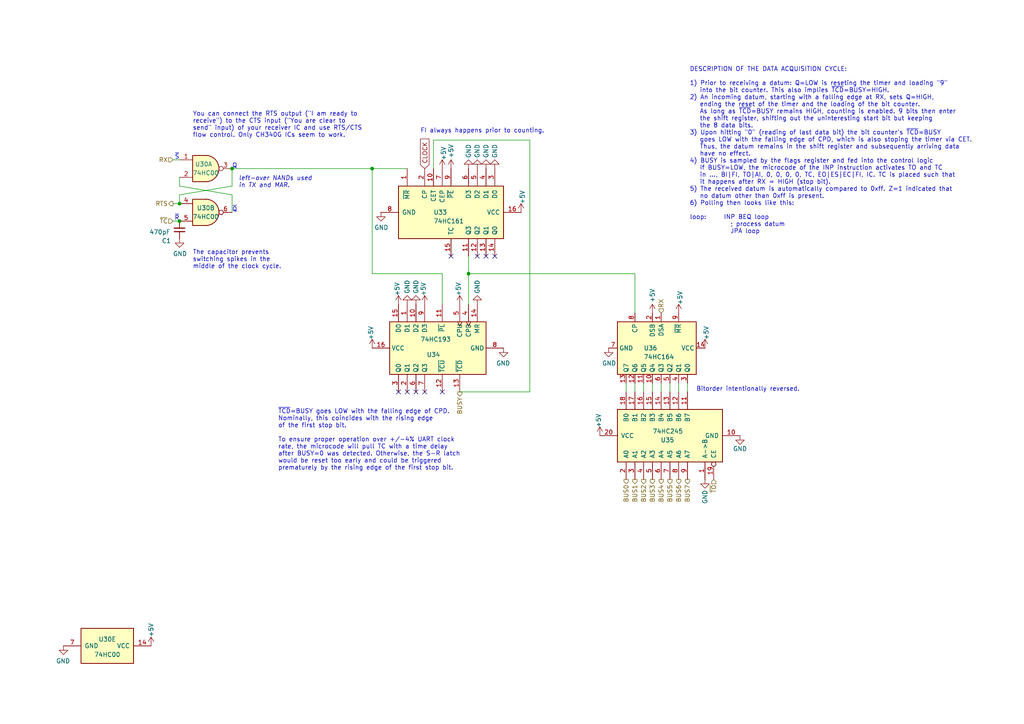
<source format=kicad_sch>
(kicad_sch (version 20211123) (generator eeschema)

  (uuid 1ab7bfbf-0b0d-4986-851e-0ecfe3961de9)

  (paper "A4")

  (title_block
    (title "UART Receiver")
    (date "2022-07-08")
    (rev "1.6.1")
    (comment 2 "creativecommons.org/licenses/by-nc-sa/3.0/deed.en")
    (comment 3 "License: CC BY-NC-SA 3.0")
    (comment 4 "Author: Carsten Herting (slu4)")
  )

  (lib_symbols
    (symbol "74xx:74HC00" (pin_names (offset 1.016)) (in_bom yes) (on_board yes)
      (property "Reference" "U" (id 0) (at 0 1.27 0)
        (effects (font (size 1.27 1.27)))
      )
      (property "Value" "74HC00" (id 1) (at 0 -1.27 0)
        (effects (font (size 1.27 1.27)))
      )
      (property "Footprint" "" (id 2) (at 0 0 0)
        (effects (font (size 1.27 1.27)) hide)
      )
      (property "Datasheet" "http://www.ti.com/lit/gpn/sn74hc00" (id 3) (at 0 0 0)
        (effects (font (size 1.27 1.27)) hide)
      )
      (property "ki_locked" "" (id 4) (at 0 0 0)
        (effects (font (size 1.27 1.27)))
      )
      (property "ki_keywords" "HCMOS nand 2-input" (id 5) (at 0 0 0)
        (effects (font (size 1.27 1.27)) hide)
      )
      (property "ki_description" "quad 2-input NAND gate" (id 6) (at 0 0 0)
        (effects (font (size 1.27 1.27)) hide)
      )
      (property "ki_fp_filters" "DIP*W7.62mm* SO14*" (id 7) (at 0 0 0)
        (effects (font (size 1.27 1.27)) hide)
      )
      (symbol "74HC00_1_1"
        (arc (start 0 -3.81) (mid 3.81 0) (end 0 3.81)
          (stroke (width 0.254) (type default) (color 0 0 0 0))
          (fill (type background))
        )
        (polyline
          (pts
            (xy 0 3.81)
            (xy -3.81 3.81)
            (xy -3.81 -3.81)
            (xy 0 -3.81)
          )
          (stroke (width 0.254) (type default) (color 0 0 0 0))
          (fill (type background))
        )
        (pin input line (at -7.62 2.54 0) (length 3.81)
          (name "~" (effects (font (size 1.27 1.27))))
          (number "1" (effects (font (size 1.27 1.27))))
        )
        (pin input line (at -7.62 -2.54 0) (length 3.81)
          (name "~" (effects (font (size 1.27 1.27))))
          (number "2" (effects (font (size 1.27 1.27))))
        )
        (pin output inverted (at 7.62 0 180) (length 3.81)
          (name "~" (effects (font (size 1.27 1.27))))
          (number "3" (effects (font (size 1.27 1.27))))
        )
      )
      (symbol "74HC00_1_2"
        (arc (start -3.81 -3.81) (mid -2.589 0) (end -3.81 3.81)
          (stroke (width 0.254) (type default) (color 0 0 0 0))
          (fill (type none))
        )
        (arc (start -0.6096 -3.81) (mid 2.1842 -2.5851) (end 3.81 0)
          (stroke (width 0.254) (type default) (color 0 0 0 0))
          (fill (type background))
        )
        (polyline
          (pts
            (xy -3.81 -3.81)
            (xy -0.635 -3.81)
          )
          (stroke (width 0.254) (type default) (color 0 0 0 0))
          (fill (type background))
        )
        (polyline
          (pts
            (xy -3.81 3.81)
            (xy -0.635 3.81)
          )
          (stroke (width 0.254) (type default) (color 0 0 0 0))
          (fill (type background))
        )
        (polyline
          (pts
            (xy -0.635 3.81)
            (xy -3.81 3.81)
            (xy -3.81 3.81)
            (xy -3.556 3.4036)
            (xy -3.0226 2.2606)
            (xy -2.6924 1.0414)
            (xy -2.6162 -0.254)
            (xy -2.7686 -1.4986)
            (xy -3.175 -2.7178)
            (xy -3.81 -3.81)
            (xy -3.81 -3.81)
            (xy -0.635 -3.81)
          )
          (stroke (width -25.4) (type default) (color 0 0 0 0))
          (fill (type background))
        )
        (arc (start 3.81 0) (mid 2.1915 2.5936) (end -0.6096 3.81)
          (stroke (width 0.254) (type default) (color 0 0 0 0))
          (fill (type background))
        )
        (pin input inverted (at -7.62 2.54 0) (length 4.318)
          (name "~" (effects (font (size 1.27 1.27))))
          (number "1" (effects (font (size 1.27 1.27))))
        )
        (pin input inverted (at -7.62 -2.54 0) (length 4.318)
          (name "~" (effects (font (size 1.27 1.27))))
          (number "2" (effects (font (size 1.27 1.27))))
        )
        (pin output line (at 7.62 0 180) (length 3.81)
          (name "~" (effects (font (size 1.27 1.27))))
          (number "3" (effects (font (size 1.27 1.27))))
        )
      )
      (symbol "74HC00_2_1"
        (arc (start 0 -3.81) (mid 3.81 0) (end 0 3.81)
          (stroke (width 0.254) (type default) (color 0 0 0 0))
          (fill (type background))
        )
        (polyline
          (pts
            (xy 0 3.81)
            (xy -3.81 3.81)
            (xy -3.81 -3.81)
            (xy 0 -3.81)
          )
          (stroke (width 0.254) (type default) (color 0 0 0 0))
          (fill (type background))
        )
        (pin input line (at -7.62 2.54 0) (length 3.81)
          (name "~" (effects (font (size 1.27 1.27))))
          (number "4" (effects (font (size 1.27 1.27))))
        )
        (pin input line (at -7.62 -2.54 0) (length 3.81)
          (name "~" (effects (font (size 1.27 1.27))))
          (number "5" (effects (font (size 1.27 1.27))))
        )
        (pin output inverted (at 7.62 0 180) (length 3.81)
          (name "~" (effects (font (size 1.27 1.27))))
          (number "6" (effects (font (size 1.27 1.27))))
        )
      )
      (symbol "74HC00_2_2"
        (arc (start -3.81 -3.81) (mid -2.589 0) (end -3.81 3.81)
          (stroke (width 0.254) (type default) (color 0 0 0 0))
          (fill (type none))
        )
        (arc (start -0.6096 -3.81) (mid 2.1842 -2.5851) (end 3.81 0)
          (stroke (width 0.254) (type default) (color 0 0 0 0))
          (fill (type background))
        )
        (polyline
          (pts
            (xy -3.81 -3.81)
            (xy -0.635 -3.81)
          )
          (stroke (width 0.254) (type default) (color 0 0 0 0))
          (fill (type background))
        )
        (polyline
          (pts
            (xy -3.81 3.81)
            (xy -0.635 3.81)
          )
          (stroke (width 0.254) (type default) (color 0 0 0 0))
          (fill (type background))
        )
        (polyline
          (pts
            (xy -0.635 3.81)
            (xy -3.81 3.81)
            (xy -3.81 3.81)
            (xy -3.556 3.4036)
            (xy -3.0226 2.2606)
            (xy -2.6924 1.0414)
            (xy -2.6162 -0.254)
            (xy -2.7686 -1.4986)
            (xy -3.175 -2.7178)
            (xy -3.81 -3.81)
            (xy -3.81 -3.81)
            (xy -0.635 -3.81)
          )
          (stroke (width -25.4) (type default) (color 0 0 0 0))
          (fill (type background))
        )
        (arc (start 3.81 0) (mid 2.1915 2.5936) (end -0.6096 3.81)
          (stroke (width 0.254) (type default) (color 0 0 0 0))
          (fill (type background))
        )
        (pin input inverted (at -7.62 2.54 0) (length 4.318)
          (name "~" (effects (font (size 1.27 1.27))))
          (number "4" (effects (font (size 1.27 1.27))))
        )
        (pin input inverted (at -7.62 -2.54 0) (length 4.318)
          (name "~" (effects (font (size 1.27 1.27))))
          (number "5" (effects (font (size 1.27 1.27))))
        )
        (pin output line (at 7.62 0 180) (length 3.81)
          (name "~" (effects (font (size 1.27 1.27))))
          (number "6" (effects (font (size 1.27 1.27))))
        )
      )
      (symbol "74HC00_3_1"
        (arc (start 0 -3.81) (mid 3.81 0) (end 0 3.81)
          (stroke (width 0.254) (type default) (color 0 0 0 0))
          (fill (type background))
        )
        (polyline
          (pts
            (xy 0 3.81)
            (xy -3.81 3.81)
            (xy -3.81 -3.81)
            (xy 0 -3.81)
          )
          (stroke (width 0.254) (type default) (color 0 0 0 0))
          (fill (type background))
        )
        (pin input line (at -7.62 -2.54 0) (length 3.81)
          (name "~" (effects (font (size 1.27 1.27))))
          (number "10" (effects (font (size 1.27 1.27))))
        )
        (pin output inverted (at 7.62 0 180) (length 3.81)
          (name "~" (effects (font (size 1.27 1.27))))
          (number "8" (effects (font (size 1.27 1.27))))
        )
        (pin input line (at -7.62 2.54 0) (length 3.81)
          (name "~" (effects (font (size 1.27 1.27))))
          (number "9" (effects (font (size 1.27 1.27))))
        )
      )
      (symbol "74HC00_3_2"
        (arc (start -3.81 -3.81) (mid -2.589 0) (end -3.81 3.81)
          (stroke (width 0.254) (type default) (color 0 0 0 0))
          (fill (type none))
        )
        (arc (start -0.6096 -3.81) (mid 2.1842 -2.5851) (end 3.81 0)
          (stroke (width 0.254) (type default) (color 0 0 0 0))
          (fill (type background))
        )
        (polyline
          (pts
            (xy -3.81 -3.81)
            (xy -0.635 -3.81)
          )
          (stroke (width 0.254) (type default) (color 0 0 0 0))
          (fill (type background))
        )
        (polyline
          (pts
            (xy -3.81 3.81)
            (xy -0.635 3.81)
          )
          (stroke (width 0.254) (type default) (color 0 0 0 0))
          (fill (type background))
        )
        (polyline
          (pts
            (xy -0.635 3.81)
            (xy -3.81 3.81)
            (xy -3.81 3.81)
            (xy -3.556 3.4036)
            (xy -3.0226 2.2606)
            (xy -2.6924 1.0414)
            (xy -2.6162 -0.254)
            (xy -2.7686 -1.4986)
            (xy -3.175 -2.7178)
            (xy -3.81 -3.81)
            (xy -3.81 -3.81)
            (xy -0.635 -3.81)
          )
          (stroke (width -25.4) (type default) (color 0 0 0 0))
          (fill (type background))
        )
        (arc (start 3.81 0) (mid 2.1915 2.5936) (end -0.6096 3.81)
          (stroke (width 0.254) (type default) (color 0 0 0 0))
          (fill (type background))
        )
        (pin input inverted (at -7.62 -2.54 0) (length 4.318)
          (name "~" (effects (font (size 1.27 1.27))))
          (number "10" (effects (font (size 1.27 1.27))))
        )
        (pin output line (at 7.62 0 180) (length 3.81)
          (name "~" (effects (font (size 1.27 1.27))))
          (number "8" (effects (font (size 1.27 1.27))))
        )
        (pin input inverted (at -7.62 2.54 0) (length 4.318)
          (name "~" (effects (font (size 1.27 1.27))))
          (number "9" (effects (font (size 1.27 1.27))))
        )
      )
      (symbol "74HC00_4_1"
        (arc (start 0 -3.81) (mid 3.81 0) (end 0 3.81)
          (stroke (width 0.254) (type default) (color 0 0 0 0))
          (fill (type background))
        )
        (polyline
          (pts
            (xy 0 3.81)
            (xy -3.81 3.81)
            (xy -3.81 -3.81)
            (xy 0 -3.81)
          )
          (stroke (width 0.254) (type default) (color 0 0 0 0))
          (fill (type background))
        )
        (pin output inverted (at 7.62 0 180) (length 3.81)
          (name "~" (effects (font (size 1.27 1.27))))
          (number "11" (effects (font (size 1.27 1.27))))
        )
        (pin input line (at -7.62 2.54 0) (length 3.81)
          (name "~" (effects (font (size 1.27 1.27))))
          (number "12" (effects (font (size 1.27 1.27))))
        )
        (pin input line (at -7.62 -2.54 0) (length 3.81)
          (name "~" (effects (font (size 1.27 1.27))))
          (number "13" (effects (font (size 1.27 1.27))))
        )
      )
      (symbol "74HC00_4_2"
        (arc (start -3.81 -3.81) (mid -2.589 0) (end -3.81 3.81)
          (stroke (width 0.254) (type default) (color 0 0 0 0))
          (fill (type none))
        )
        (arc (start -0.6096 -3.81) (mid 2.1842 -2.5851) (end 3.81 0)
          (stroke (width 0.254) (type default) (color 0 0 0 0))
          (fill (type background))
        )
        (polyline
          (pts
            (xy -3.81 -3.81)
            (xy -0.635 -3.81)
          )
          (stroke (width 0.254) (type default) (color 0 0 0 0))
          (fill (type background))
        )
        (polyline
          (pts
            (xy -3.81 3.81)
            (xy -0.635 3.81)
          )
          (stroke (width 0.254) (type default) (color 0 0 0 0))
          (fill (type background))
        )
        (polyline
          (pts
            (xy -0.635 3.81)
            (xy -3.81 3.81)
            (xy -3.81 3.81)
            (xy -3.556 3.4036)
            (xy -3.0226 2.2606)
            (xy -2.6924 1.0414)
            (xy -2.6162 -0.254)
            (xy -2.7686 -1.4986)
            (xy -3.175 -2.7178)
            (xy -3.81 -3.81)
            (xy -3.81 -3.81)
            (xy -0.635 -3.81)
          )
          (stroke (width -25.4) (type default) (color 0 0 0 0))
          (fill (type background))
        )
        (arc (start 3.81 0) (mid 2.1915 2.5936) (end -0.6096 3.81)
          (stroke (width 0.254) (type default) (color 0 0 0 0))
          (fill (type background))
        )
        (pin output line (at 7.62 0 180) (length 3.81)
          (name "~" (effects (font (size 1.27 1.27))))
          (number "11" (effects (font (size 1.27 1.27))))
        )
        (pin input inverted (at -7.62 2.54 0) (length 4.318)
          (name "~" (effects (font (size 1.27 1.27))))
          (number "12" (effects (font (size 1.27 1.27))))
        )
        (pin input inverted (at -7.62 -2.54 0) (length 4.318)
          (name "~" (effects (font (size 1.27 1.27))))
          (number "13" (effects (font (size 1.27 1.27))))
        )
      )
      (symbol "74HC00_5_0"
        (pin power_in line (at 0 12.7 270) (length 5.08)
          (name "VCC" (effects (font (size 1.27 1.27))))
          (number "14" (effects (font (size 1.27 1.27))))
        )
        (pin power_in line (at 0 -12.7 90) (length 5.08)
          (name "GND" (effects (font (size 1.27 1.27))))
          (number "7" (effects (font (size 1.27 1.27))))
        )
      )
      (symbol "74HC00_5_1"
        (rectangle (start -5.08 7.62) (end 5.08 -7.62)
          (stroke (width 0.254) (type default) (color 0 0 0 0))
          (fill (type background))
        )
      )
    )
    (symbol "74xx:74HC164" (in_bom yes) (on_board yes)
      (property "Reference" "U" (id 0) (at 1.905 -13.97 0)
        (effects (font (size 1.27 1.27)) (justify left))
      )
      (property "Value" "74HC164" (id 1) (at 1.905 -16.51 0)
        (effects (font (size 1.27 1.27)) (justify left))
      )
      (property "Footprint" "" (id 2) (at 22.86 -7.62 0)
        (effects (font (size 1.27 1.27)) hide)
      )
      (property "Datasheet" "https://assets.nexperia.com/documents/data-sheet/74HC_HCT164.pdf" (id 3) (at 22.86 -7.62 0)
        (effects (font (size 1.27 1.27)) hide)
      )
      (property "ki_keywords" "8-bit shift register" (id 4) (at 0 0 0)
        (effects (font (size 1.27 1.27)) hide)
      )
      (property "ki_description" "8-bit serial-in parallel-out shift register" (id 5) (at 0 0 0)
        (effects (font (size 1.27 1.27)) hide)
      )
      (property "ki_fp_filters" "SOIC*3.9x8.7*P1.27mm* ?SSOP*P0.65mm* DIP*W7.62mm*" (id 6) (at 0 0 0)
        (effects (font (size 1.27 1.27)) hide)
      )
      (symbol "74HC164_0_1"
        (rectangle (start 7.62 10.16) (end -7.62 -12.7)
          (stroke (width 0.254) (type default) (color 0 0 0 0))
          (fill (type background))
        )
      )
      (symbol "74HC164_1_1"
        (pin input line (at -10.16 0 0) (length 2.54)
          (name "DSA" (effects (font (size 1.27 1.27))))
          (number "1" (effects (font (size 1.27 1.27))))
        )
        (pin output line (at 10.16 -2.54 180) (length 2.54)
          (name "Q4" (effects (font (size 1.27 1.27))))
          (number "10" (effects (font (size 1.27 1.27))))
        )
        (pin output line (at 10.16 -5.08 180) (length 2.54)
          (name "Q5" (effects (font (size 1.27 1.27))))
          (number "11" (effects (font (size 1.27 1.27))))
        )
        (pin output line (at 10.16 -7.62 180) (length 2.54)
          (name "Q6" (effects (font (size 1.27 1.27))))
          (number "12" (effects (font (size 1.27 1.27))))
        )
        (pin output line (at 10.16 -10.16 180) (length 2.54)
          (name "Q7" (effects (font (size 1.27 1.27))))
          (number "13" (effects (font (size 1.27 1.27))))
        )
        (pin power_in line (at 0 12.7 270) (length 2.54)
          (name "VCC" (effects (font (size 1.27 1.27))))
          (number "14" (effects (font (size 1.27 1.27))))
        )
        (pin input line (at -10.16 -2.54 0) (length 2.54)
          (name "DSB" (effects (font (size 1.27 1.27))))
          (number "2" (effects (font (size 1.27 1.27))))
        )
        (pin output line (at 10.16 7.62 180) (length 2.54)
          (name "Q0" (effects (font (size 1.27 1.27))))
          (number "3" (effects (font (size 1.27 1.27))))
        )
        (pin output line (at 10.16 5.08 180) (length 2.54)
          (name "Q1" (effects (font (size 1.27 1.27))))
          (number "4" (effects (font (size 1.27 1.27))))
        )
        (pin output line (at 10.16 2.54 180) (length 2.54)
          (name "Q2" (effects (font (size 1.27 1.27))))
          (number "5" (effects (font (size 1.27 1.27))))
        )
        (pin output line (at 10.16 0 180) (length 2.54)
          (name "Q3" (effects (font (size 1.27 1.27))))
          (number "6" (effects (font (size 1.27 1.27))))
        )
        (pin power_in line (at 0 -15.24 90) (length 2.54)
          (name "GND" (effects (font (size 1.27 1.27))))
          (number "7" (effects (font (size 1.27 1.27))))
        )
        (pin input line (at -10.16 -7.62 0) (length 2.54)
          (name "CP" (effects (font (size 1.27 1.27))))
          (number "8" (effects (font (size 1.27 1.27))))
        )
        (pin input line (at -10.16 5.08 0) (length 2.54)
          (name "~{MR}" (effects (font (size 1.27 1.27))))
          (number "9" (effects (font (size 1.27 1.27))))
        )
      )
    )
    (symbol "8-Bit CPU 32k-cache:74HC00" (pin_names (offset 1.016)) (in_bom yes) (on_board yes)
      (property "Reference" "U" (id 0) (at 0 1.27 0)
        (effects (font (size 1.27 1.27)))
      )
      (property "Value" "74HC00" (id 1) (at 0 -1.27 0)
        (effects (font (size 1.27 1.27)))
      )
      (property "Footprint" "" (id 2) (at 0 0 0)
        (effects (font (size 1.27 1.27)) hide)
      )
      (property "Datasheet" "" (id 3) (at 0 0 0)
        (effects (font (size 1.27 1.27)) hide)
      )
      (property "ki_locked" "" (id 4) (at 0 0 0)
        (effects (font (size 1.27 1.27)))
      )
      (property "ki_fp_filters" "DIP*W7.62mm* SO14*" (id 5) (at 0 0 0)
        (effects (font (size 1.27 1.27)) hide)
      )
      (symbol "74HC00_1_1"
        (arc (start 0 -3.81) (mid 3.81 0) (end 0 3.81)
          (stroke (width 0.254) (type default) (color 0 0 0 0))
          (fill (type background))
        )
        (polyline
          (pts
            (xy 0 3.81)
            (xy -3.81 3.81)
            (xy -3.81 -3.81)
            (xy 0 -3.81)
          )
          (stroke (width 0.254) (type default) (color 0 0 0 0))
          (fill (type background))
        )
        (pin input line (at -7.62 2.54 0) (length 3.81)
          (name "~" (effects (font (size 1.27 1.27))))
          (number "1" (effects (font (size 1.27 1.27))))
        )
        (pin input line (at -7.62 -2.54 0) (length 3.81)
          (name "~" (effects (font (size 1.27 1.27))))
          (number "2" (effects (font (size 1.27 1.27))))
        )
        (pin output inverted (at 7.62 0 180) (length 3.81)
          (name "~" (effects (font (size 1.27 1.27))))
          (number "3" (effects (font (size 1.27 1.27))))
        )
      )
      (symbol "74HC00_1_2"
        (arc (start -3.81 -3.81) (mid -2.589 0) (end -3.81 3.81)
          (stroke (width 0.254) (type default) (color 0 0 0 0))
          (fill (type none))
        )
        (arc (start -0.6096 -3.81) (mid 2.1842 -2.5851) (end 3.81 0)
          (stroke (width 0.254) (type default) (color 0 0 0 0))
          (fill (type background))
        )
        (polyline
          (pts
            (xy -3.81 -3.81)
            (xy -0.635 -3.81)
          )
          (stroke (width 0.254) (type default) (color 0 0 0 0))
          (fill (type background))
        )
        (polyline
          (pts
            (xy -3.81 3.81)
            (xy -0.635 3.81)
          )
          (stroke (width 0.254) (type default) (color 0 0 0 0))
          (fill (type background))
        )
        (polyline
          (pts
            (xy -0.635 3.81)
            (xy -3.81 3.81)
            (xy -3.81 3.81)
            (xy -3.556 3.4036)
            (xy -3.0226 2.2606)
            (xy -2.6924 1.0414)
            (xy -2.6162 -0.254)
            (xy -2.7686 -1.4986)
            (xy -3.175 -2.7178)
            (xy -3.81 -3.81)
            (xy -3.81 -3.81)
            (xy -0.635 -3.81)
          )
          (stroke (width -25.4) (type default) (color 0 0 0 0))
          (fill (type background))
        )
        (arc (start 3.81 0) (mid 2.1915 2.5936) (end -0.6096 3.81)
          (stroke (width 0.254) (type default) (color 0 0 0 0))
          (fill (type background))
        )
        (pin input inverted (at -7.62 2.54 0) (length 4.318)
          (name "~" (effects (font (size 1.27 1.27))))
          (number "1" (effects (font (size 1.27 1.27))))
        )
        (pin input inverted (at -7.62 -2.54 0) (length 4.318)
          (name "~" (effects (font (size 1.27 1.27))))
          (number "2" (effects (font (size 1.27 1.27))))
        )
        (pin output line (at 7.62 0 180) (length 3.81)
          (name "~" (effects (font (size 1.27 1.27))))
          (number "3" (effects (font (size 1.27 1.27))))
        )
      )
      (symbol "74HC00_2_1"
        (arc (start 0 -3.81) (mid 3.81 0) (end 0 3.81)
          (stroke (width 0.254) (type default) (color 0 0 0 0))
          (fill (type background))
        )
        (polyline
          (pts
            (xy 0 3.81)
            (xy -3.81 3.81)
            (xy -3.81 -3.81)
            (xy 0 -3.81)
          )
          (stroke (width 0.254) (type default) (color 0 0 0 0))
          (fill (type background))
        )
        (pin input line (at -7.62 2.54 0) (length 3.81)
          (name "~" (effects (font (size 1.27 1.27))))
          (number "4" (effects (font (size 1.27 1.27))))
        )
        (pin input line (at -7.62 -2.54 0) (length 3.81)
          (name "~" (effects (font (size 1.27 1.27))))
          (number "5" (effects (font (size 1.27 1.27))))
        )
        (pin output inverted (at 7.62 0 180) (length 3.81)
          (name "~" (effects (font (size 1.27 1.27))))
          (number "6" (effects (font (size 1.27 1.27))))
        )
      )
      (symbol "74HC00_2_2"
        (arc (start -3.81 -3.81) (mid -2.589 0) (end -3.81 3.81)
          (stroke (width 0.254) (type default) (color 0 0 0 0))
          (fill (type none))
        )
        (arc (start -0.6096 -3.81) (mid 2.1842 -2.5851) (end 3.81 0)
          (stroke (width 0.254) (type default) (color 0 0 0 0))
          (fill (type background))
        )
        (polyline
          (pts
            (xy -3.81 -3.81)
            (xy -0.635 -3.81)
          )
          (stroke (width 0.254) (type default) (color 0 0 0 0))
          (fill (type background))
        )
        (polyline
          (pts
            (xy -3.81 3.81)
            (xy -0.635 3.81)
          )
          (stroke (width 0.254) (type default) (color 0 0 0 0))
          (fill (type background))
        )
        (polyline
          (pts
            (xy -0.635 3.81)
            (xy -3.81 3.81)
            (xy -3.81 3.81)
            (xy -3.556 3.4036)
            (xy -3.0226 2.2606)
            (xy -2.6924 1.0414)
            (xy -2.6162 -0.254)
            (xy -2.7686 -1.4986)
            (xy -3.175 -2.7178)
            (xy -3.81 -3.81)
            (xy -3.81 -3.81)
            (xy -0.635 -3.81)
          )
          (stroke (width -25.4) (type default) (color 0 0 0 0))
          (fill (type background))
        )
        (arc (start 3.81 0) (mid 2.1915 2.5936) (end -0.6096 3.81)
          (stroke (width 0.254) (type default) (color 0 0 0 0))
          (fill (type background))
        )
        (pin input inverted (at -7.62 2.54 0) (length 4.318)
          (name "~" (effects (font (size 1.27 1.27))))
          (number "4" (effects (font (size 1.27 1.27))))
        )
        (pin input inverted (at -7.62 -2.54 0) (length 4.318)
          (name "~" (effects (font (size 1.27 1.27))))
          (number "5" (effects (font (size 1.27 1.27))))
        )
        (pin output line (at 7.62 0 180) (length 3.81)
          (name "~" (effects (font (size 1.27 1.27))))
          (number "6" (effects (font (size 1.27 1.27))))
        )
      )
      (symbol "74HC00_3_1"
        (arc (start 0 -3.81) (mid 3.81 0) (end 0 3.81)
          (stroke (width 0.254) (type default) (color 0 0 0 0))
          (fill (type background))
        )
        (polyline
          (pts
            (xy 0 3.81)
            (xy -3.81 3.81)
            (xy -3.81 -3.81)
            (xy 0 -3.81)
          )
          (stroke (width 0.254) (type default) (color 0 0 0 0))
          (fill (type background))
        )
        (pin input line (at -7.62 -2.54 0) (length 3.81)
          (name "~" (effects (font (size 1.27 1.27))))
          (number "10" (effects (font (size 1.27 1.27))))
        )
        (pin output inverted (at 7.62 0 180) (length 3.81)
          (name "~" (effects (font (size 1.27 1.27))))
          (number "8" (effects (font (size 1.27 1.27))))
        )
        (pin input line (at -7.62 2.54 0) (length 3.81)
          (name "~" (effects (font (size 1.27 1.27))))
          (number "9" (effects (font (size 1.27 1.27))))
        )
      )
      (symbol "74HC00_3_2"
        (arc (start -3.81 -3.81) (mid -2.589 0) (end -3.81 3.81)
          (stroke (width 0.254) (type default) (color 0 0 0 0))
          (fill (type none))
        )
        (arc (start -0.6096 -3.81) (mid 2.1842 -2.5851) (end 3.81 0)
          (stroke (width 0.254) (type default) (color 0 0 0 0))
          (fill (type background))
        )
        (polyline
          (pts
            (xy -3.81 -3.81)
            (xy -0.635 -3.81)
          )
          (stroke (width 0.254) (type default) (color 0 0 0 0))
          (fill (type background))
        )
        (polyline
          (pts
            (xy -3.81 3.81)
            (xy -0.635 3.81)
          )
          (stroke (width 0.254) (type default) (color 0 0 0 0))
          (fill (type background))
        )
        (polyline
          (pts
            (xy -0.635 3.81)
            (xy -3.81 3.81)
            (xy -3.81 3.81)
            (xy -3.556 3.4036)
            (xy -3.0226 2.2606)
            (xy -2.6924 1.0414)
            (xy -2.6162 -0.254)
            (xy -2.7686 -1.4986)
            (xy -3.175 -2.7178)
            (xy -3.81 -3.81)
            (xy -3.81 -3.81)
            (xy -0.635 -3.81)
          )
          (stroke (width -25.4) (type default) (color 0 0 0 0))
          (fill (type background))
        )
        (arc (start 3.81 0) (mid 2.1915 2.5936) (end -0.6096 3.81)
          (stroke (width 0.254) (type default) (color 0 0 0 0))
          (fill (type background))
        )
        (pin input inverted (at -7.62 -2.54 0) (length 4.318)
          (name "~" (effects (font (size 1.27 1.27))))
          (number "10" (effects (font (size 1.27 1.27))))
        )
        (pin output line (at 7.62 0 180) (length 3.81)
          (name "~" (effects (font (size 1.27 1.27))))
          (number "8" (effects (font (size 1.27 1.27))))
        )
        (pin input inverted (at -7.62 2.54 0) (length 4.318)
          (name "~" (effects (font (size 1.27 1.27))))
          (number "9" (effects (font (size 1.27 1.27))))
        )
      )
      (symbol "74HC00_4_1"
        (arc (start 0 -3.81) (mid 3.81 0) (end 0 3.81)
          (stroke (width 0.254) (type default) (color 0 0 0 0))
          (fill (type background))
        )
        (polyline
          (pts
            (xy 0 3.81)
            (xy -3.81 3.81)
            (xy -3.81 -3.81)
            (xy 0 -3.81)
          )
          (stroke (width 0.254) (type default) (color 0 0 0 0))
          (fill (type background))
        )
        (pin output inverted (at 7.62 0 180) (length 3.81)
          (name "~" (effects (font (size 1.27 1.27))))
          (number "11" (effects (font (size 1.27 1.27))))
        )
        (pin input line (at -7.62 2.54 0) (length 3.81)
          (name "~" (effects (font (size 1.27 1.27))))
          (number "12" (effects (font (size 1.27 1.27))))
        )
        (pin input line (at -7.62 -2.54 0) (length 3.81)
          (name "~" (effects (font (size 1.27 1.27))))
          (number "13" (effects (font (size 1.27 1.27))))
        )
      )
      (symbol "74HC00_4_2"
        (arc (start -3.81 -3.81) (mid -2.589 0) (end -3.81 3.81)
          (stroke (width 0.254) (type default) (color 0 0 0 0))
          (fill (type none))
        )
        (arc (start -0.6096 -3.81) (mid 2.1842 -2.5851) (end 3.81 0)
          (stroke (width 0.254) (type default) (color 0 0 0 0))
          (fill (type background))
        )
        (polyline
          (pts
            (xy -3.81 -3.81)
            (xy -0.635 -3.81)
          )
          (stroke (width 0.254) (type default) (color 0 0 0 0))
          (fill (type background))
        )
        (polyline
          (pts
            (xy -3.81 3.81)
            (xy -0.635 3.81)
          )
          (stroke (width 0.254) (type default) (color 0 0 0 0))
          (fill (type background))
        )
        (polyline
          (pts
            (xy -0.635 3.81)
            (xy -3.81 3.81)
            (xy -3.81 3.81)
            (xy -3.556 3.4036)
            (xy -3.0226 2.2606)
            (xy -2.6924 1.0414)
            (xy -2.6162 -0.254)
            (xy -2.7686 -1.4986)
            (xy -3.175 -2.7178)
            (xy -3.81 -3.81)
            (xy -3.81 -3.81)
            (xy -0.635 -3.81)
          )
          (stroke (width -25.4) (type default) (color 0 0 0 0))
          (fill (type background))
        )
        (arc (start 3.81 0) (mid 2.1915 2.5936) (end -0.6096 3.81)
          (stroke (width 0.254) (type default) (color 0 0 0 0))
          (fill (type background))
        )
        (pin output line (at 7.62 0 180) (length 3.81)
          (name "~" (effects (font (size 1.27 1.27))))
          (number "11" (effects (font (size 1.27 1.27))))
        )
        (pin input inverted (at -7.62 2.54 0) (length 4.318)
          (name "~" (effects (font (size 1.27 1.27))))
          (number "12" (effects (font (size 1.27 1.27))))
        )
        (pin input inverted (at -7.62 -2.54 0) (length 4.318)
          (name "~" (effects (font (size 1.27 1.27))))
          (number "13" (effects (font (size 1.27 1.27))))
        )
      )
      (symbol "74HC00_5_0"
        (pin power_in line (at 0 12.7 270) (length 5.08)
          (name "VCC" (effects (font (size 1.27 1.27))))
          (number "14" (effects (font (size 1.27 1.27))))
        )
        (pin power_in line (at 0 -12.7 90) (length 5.08)
          (name "GND" (effects (font (size 1.27 1.27))))
          (number "7" (effects (font (size 1.27 1.27))))
        )
      )
      (symbol "74HC00_5_1"
        (rectangle (start -5.08 7.62) (end 5.08 -7.62)
          (stroke (width 0.254) (type default) (color 0 0 0 0))
          (fill (type background))
        )
      )
    )
    (symbol "8-Bit CPU 32k:74HC161" (pin_names (offset 1.016)) (in_bom yes) (on_board yes)
      (property "Reference" "U" (id 0) (at -7.62 16.51 0)
        (effects (font (size 1.27 1.27)))
      )
      (property "Value" "74HC161" (id 1) (at -7.62 -16.51 0)
        (effects (font (size 1.27 1.27)))
      )
      (property "Footprint" "" (id 2) (at 0 0 0)
        (effects (font (size 1.27 1.27)) hide)
      )
      (property "Datasheet" "http://www.ti.com/lit/gpn/sn74LS161" (id 3) (at 0 0 0)
        (effects (font (size 1.27 1.27)) hide)
      )
      (property "ki_locked" "" (id 4) (at 0 0 0)
        (effects (font (size 1.27 1.27)))
      )
      (property "ki_keywords" "TTL CNT CNT4" (id 5) (at 0 0 0)
        (effects (font (size 1.27 1.27)) hide)
      )
      (property "ki_description" "Synchronous 4-bit programmable binary Counter" (id 6) (at 0 0 0)
        (effects (font (size 1.27 1.27)) hide)
      )
      (property "ki_fp_filters" "DIP?16*" (id 7) (at 0 0 0)
        (effects (font (size 1.27 1.27)) hide)
      )
      (symbol "74HC161_1_0"
        (pin input line (at -12.7 -12.7 0) (length 5.08)
          (name "~{MR}" (effects (font (size 1.27 1.27))))
          (number "1" (effects (font (size 1.27 1.27))))
        )
        (pin input line (at -12.7 -5.08 0) (length 5.08)
          (name "CET" (effects (font (size 1.27 1.27))))
          (number "10" (effects (font (size 1.27 1.27))))
        )
        (pin output line (at 12.7 5.08 180) (length 5.08)
          (name "Q3" (effects (font (size 1.27 1.27))))
          (number "11" (effects (font (size 1.27 1.27))))
        )
        (pin output line (at 12.7 7.62 180) (length 5.08)
          (name "Q2" (effects (font (size 1.27 1.27))))
          (number "12" (effects (font (size 1.27 1.27))))
        )
        (pin output line (at 12.7 10.16 180) (length 5.08)
          (name "Q1" (effects (font (size 1.27 1.27))))
          (number "13" (effects (font (size 1.27 1.27))))
        )
        (pin output line (at 12.7 12.7 180) (length 5.08)
          (name "Q0" (effects (font (size 1.27 1.27))))
          (number "14" (effects (font (size 1.27 1.27))))
        )
        (pin output line (at 12.7 0 180) (length 5.08)
          (name "TC" (effects (font (size 1.27 1.27))))
          (number "15" (effects (font (size 1.27 1.27))))
        )
        (pin power_in line (at 0 20.32 270) (length 5.08)
          (name "VCC" (effects (font (size 1.27 1.27))))
          (number "16" (effects (font (size 1.27 1.27))))
        )
        (pin input line (at -12.7 -7.62 0) (length 5.08)
          (name "CP" (effects (font (size 1.27 1.27))))
          (number "2" (effects (font (size 1.27 1.27))))
        )
        (pin input line (at -12.7 12.7 0) (length 5.08)
          (name "D0" (effects (font (size 1.27 1.27))))
          (number "3" (effects (font (size 1.27 1.27))))
        )
        (pin input line (at -12.7 10.16 0) (length 5.08)
          (name "D1" (effects (font (size 1.27 1.27))))
          (number "4" (effects (font (size 1.27 1.27))))
        )
        (pin input line (at -12.7 7.62 0) (length 5.08)
          (name "D2" (effects (font (size 1.27 1.27))))
          (number "5" (effects (font (size 1.27 1.27))))
        )
        (pin input line (at -12.7 5.08 0) (length 5.08)
          (name "D3" (effects (font (size 1.27 1.27))))
          (number "6" (effects (font (size 1.27 1.27))))
        )
        (pin input line (at -12.7 -2.54 0) (length 5.08)
          (name "CEP" (effects (font (size 1.27 1.27))))
          (number "7" (effects (font (size 1.27 1.27))))
        )
        (pin power_in line (at 0 -20.32 90) (length 5.08)
          (name "GND" (effects (font (size 1.27 1.27))))
          (number "8" (effects (font (size 1.27 1.27))))
        )
        (pin input line (at -12.7 0 0) (length 5.08)
          (name "~{PE}" (effects (font (size 1.27 1.27))))
          (number "9" (effects (font (size 1.27 1.27))))
        )
      )
      (symbol "74HC161_1_1"
        (rectangle (start -7.62 15.24) (end 7.62 -15.24)
          (stroke (width 0.254) (type default) (color 0 0 0 0))
          (fill (type background))
        )
      )
    )
    (symbol "8-Bit CPU 32k:74HC193" (in_bom yes) (on_board yes)
      (property "Reference" "U" (id 0) (at -7.62 13.97 0)
        (effects (font (size 1.27 1.27)))
      )
      (property "Value" "74HC193" (id 1) (at 5.08 13.97 0)
        (effects (font (size 1.27 1.27)))
      )
      (property "Footprint" "" (id 2) (at 0 0 0)
        (effects (font (size 1.27 1.27)) hide)
      )
      (property "Datasheet" "http://www.ti.com/lit/ds/symlink/sn74ls193.pdf" (id 3) (at 0 0 0)
        (effects (font (size 1.27 1.27)) hide)
      )
      (property "ki_keywords" "TTL CNT CNT4" (id 4) (at 0 0 0)
        (effects (font (size 1.27 1.27)) hide)
      )
      (property "ki_description" "Synchronous 4-bit Up/Down (2 clk) counter" (id 5) (at 0 0 0)
        (effects (font (size 1.27 1.27)) hide)
      )
      (property "ki_fp_filters" "SOIC*3.9x9.9mm*P1.27mm* DIP*W7.62mm*" (id 6) (at 0 0 0)
        (effects (font (size 1.27 1.27)) hide)
      )
      (symbol "74HC193_1_0"
        (pin input line (at -12.7 7.62 0) (length 5.08)
          (name "D1" (effects (font (size 1.27 1.27))))
          (number "1" (effects (font (size 1.27 1.27))))
        )
        (pin input line (at -12.7 5.08 0) (length 5.08)
          (name "D2" (effects (font (size 1.27 1.27))))
          (number "10" (effects (font (size 1.27 1.27))))
        )
        (pin input line (at -12.7 -2.54 0) (length 5.08)
          (name "~{PL}" (effects (font (size 1.27 1.27))))
          (number "11" (effects (font (size 1.27 1.27))))
        )
        (pin output line (at 12.7 -2.54 180) (length 5.08)
          (name "~{TCU}" (effects (font (size 1.27 1.27))))
          (number "12" (effects (font (size 1.27 1.27))))
        )
        (pin output line (at 12.7 -7.62 180) (length 5.08)
          (name "~{TCD}" (effects (font (size 1.27 1.27))))
          (number "13" (effects (font (size 1.27 1.27))))
        )
        (pin input line (at -12.7 -12.7 0) (length 5.08)
          (name "MR" (effects (font (size 1.27 1.27))))
          (number "14" (effects (font (size 1.27 1.27))))
        )
        (pin input line (at -12.7 10.16 0) (length 5.08)
          (name "D0" (effects (font (size 1.27 1.27))))
          (number "15" (effects (font (size 1.27 1.27))))
        )
        (pin power_in line (at 0 17.78 270) (length 5.08)
          (name "VCC" (effects (font (size 1.27 1.27))))
          (number "16" (effects (font (size 1.27 1.27))))
        )
        (pin output line (at 12.7 7.62 180) (length 5.08)
          (name "Q1" (effects (font (size 1.27 1.27))))
          (number "2" (effects (font (size 1.27 1.27))))
        )
        (pin output line (at 12.7 10.16 180) (length 5.08)
          (name "Q0" (effects (font (size 1.27 1.27))))
          (number "3" (effects (font (size 1.27 1.27))))
        )
        (pin input clock (at -12.7 -10.16 0) (length 5.08)
          (name "CPD" (effects (font (size 1.27 1.27))))
          (number "4" (effects (font (size 1.27 1.27))))
        )
        (pin input clock (at -12.7 -7.62 0) (length 5.08)
          (name "CPU" (effects (font (size 1.27 1.27))))
          (number "5" (effects (font (size 1.27 1.27))))
        )
        (pin output line (at 12.7 5.08 180) (length 5.08)
          (name "Q2" (effects (font (size 1.27 1.27))))
          (number "6" (effects (font (size 1.27 1.27))))
        )
        (pin output line (at 12.7 2.54 180) (length 5.08)
          (name "Q3" (effects (font (size 1.27 1.27))))
          (number "7" (effects (font (size 1.27 1.27))))
        )
        (pin power_in line (at 0 -20.32 90) (length 5.08)
          (name "GND" (effects (font (size 1.27 1.27))))
          (number "8" (effects (font (size 1.27 1.27))))
        )
        (pin input line (at -12.7 2.54 0) (length 5.08)
          (name "D3" (effects (font (size 1.27 1.27))))
          (number "9" (effects (font (size 1.27 1.27))))
        )
      )
      (symbol "74HC193_1_1"
        (rectangle (start -7.62 12.7) (end 7.62 -15.24)
          (stroke (width 0.254) (type default) (color 0 0 0 0))
          (fill (type background))
        )
      )
    )
    (symbol "8-Bit CPU 32k:74HC245" (pin_names (offset 1.016)) (in_bom yes) (on_board yes)
      (property "Reference" "U" (id 0) (at 0 -6.35 90)
        (effects (font (size 1.27 1.27)))
      )
      (property "Value" "74HC245" (id 1) (at 0 2.54 90)
        (effects (font (size 1.27 1.27)))
      )
      (property "Footprint" "" (id 2) (at 0 0 0)
        (effects (font (size 1.27 1.27)) hide)
      )
      (property "Datasheet" "http://www.ti.com/lit/gpn/sn74HC245" (id 3) (at 0 0 0)
        (effects (font (size 1.27 1.27)) hide)
      )
      (property "ki_locked" "" (id 4) (at 0 0 0)
        (effects (font (size 1.27 1.27)))
      )
      (property "ki_keywords" "HCMOS BUS 3State" (id 5) (at 0 0 0)
        (effects (font (size 1.27 1.27)) hide)
      )
      (property "ki_description" "Octal BUS Transceivers, 3-State outputs" (id 6) (at 0 0 0)
        (effects (font (size 1.27 1.27)) hide)
      )
      (property "ki_fp_filters" "DIP?20*" (id 7) (at 0 0 0)
        (effects (font (size 1.27 1.27)) hide)
      )
      (symbol "74HC245_1_0"
        (pin input line (at -12.7 -10.16 0) (length 5.08)
          (name "A->B" (effects (font (size 1.27 1.27))))
          (number "1" (effects (font (size 1.27 1.27))))
        )
        (pin power_in line (at 0 -20.32 90) (length 5.08)
          (name "GND" (effects (font (size 1.27 1.27))))
          (number "10" (effects (font (size 1.27 1.27))))
        )
        (pin tri_state line (at 12.7 -5.08 180) (length 5.08)
          (name "B7" (effects (font (size 1.27 1.27))))
          (number "11" (effects (font (size 1.27 1.27))))
        )
        (pin tri_state line (at 12.7 -2.54 180) (length 5.08)
          (name "B6" (effects (font (size 1.27 1.27))))
          (number "12" (effects (font (size 1.27 1.27))))
        )
        (pin tri_state line (at 12.7 0 180) (length 5.08)
          (name "B5" (effects (font (size 1.27 1.27))))
          (number "13" (effects (font (size 1.27 1.27))))
        )
        (pin tri_state line (at 12.7 2.54 180) (length 5.08)
          (name "B4" (effects (font (size 1.27 1.27))))
          (number "14" (effects (font (size 1.27 1.27))))
        )
        (pin tri_state line (at 12.7 5.08 180) (length 5.08)
          (name "B3" (effects (font (size 1.27 1.27))))
          (number "15" (effects (font (size 1.27 1.27))))
        )
        (pin tri_state line (at 12.7 7.62 180) (length 5.08)
          (name "B2" (effects (font (size 1.27 1.27))))
          (number "16" (effects (font (size 1.27 1.27))))
        )
        (pin tri_state line (at 12.7 10.16 180) (length 5.08)
          (name "B1" (effects (font (size 1.27 1.27))))
          (number "17" (effects (font (size 1.27 1.27))))
        )
        (pin tri_state line (at 12.7 12.7 180) (length 5.08)
          (name "B0" (effects (font (size 1.27 1.27))))
          (number "18" (effects (font (size 1.27 1.27))))
        )
        (pin input inverted (at -12.7 -12.7 0) (length 5.08)
          (name "CE" (effects (font (size 1.27 1.27))))
          (number "19" (effects (font (size 1.27 1.27))))
        )
        (pin tri_state line (at -12.7 12.7 0) (length 5.08)
          (name "A0" (effects (font (size 1.27 1.27))))
          (number "2" (effects (font (size 1.27 1.27))))
        )
        (pin power_in line (at 0 20.32 270) (length 5.08)
          (name "VCC" (effects (font (size 1.27 1.27))))
          (number "20" (effects (font (size 1.27 1.27))))
        )
        (pin tri_state line (at -12.7 10.16 0) (length 5.08)
          (name "A1" (effects (font (size 1.27 1.27))))
          (number "3" (effects (font (size 1.27 1.27))))
        )
        (pin tri_state line (at -12.7 7.62 0) (length 5.08)
          (name "A2" (effects (font (size 1.27 1.27))))
          (number "4" (effects (font (size 1.27 1.27))))
        )
        (pin tri_state line (at -12.7 5.08 0) (length 5.08)
          (name "A3" (effects (font (size 1.27 1.27))))
          (number "5" (effects (font (size 1.27 1.27))))
        )
        (pin tri_state line (at -12.7 2.54 0) (length 5.08)
          (name "A4" (effects (font (size 1.27 1.27))))
          (number "6" (effects (font (size 1.27 1.27))))
        )
        (pin tri_state line (at -12.7 0 0) (length 5.08)
          (name "A5" (effects (font (size 1.27 1.27))))
          (number "7" (effects (font (size 1.27 1.27))))
        )
        (pin tri_state line (at -12.7 -2.54 0) (length 5.08)
          (name "A6" (effects (font (size 1.27 1.27))))
          (number "8" (effects (font (size 1.27 1.27))))
        )
        (pin tri_state line (at -12.7 -5.08 0) (length 5.08)
          (name "A7" (effects (font (size 1.27 1.27))))
          (number "9" (effects (font (size 1.27 1.27))))
        )
      )
      (symbol "74HC245_1_1"
        (rectangle (start -7.62 15.24) (end 7.62 -15.24)
          (stroke (width 0.254) (type default) (color 0 0 0 0))
          (fill (type background))
        )
      )
    )
    (symbol "Device:C_Small" (pin_numbers hide) (pin_names (offset 0.254) hide) (in_bom yes) (on_board yes)
      (property "Reference" "C" (id 0) (at 0.254 1.778 0)
        (effects (font (size 1.27 1.27)) (justify left))
      )
      (property "Value" "C_Small" (id 1) (at 0.254 -2.032 0)
        (effects (font (size 1.27 1.27)) (justify left))
      )
      (property "Footprint" "" (id 2) (at 0 0 0)
        (effects (font (size 1.27 1.27)) hide)
      )
      (property "Datasheet" "~" (id 3) (at 0 0 0)
        (effects (font (size 1.27 1.27)) hide)
      )
      (property "ki_keywords" "capacitor cap" (id 4) (at 0 0 0)
        (effects (font (size 1.27 1.27)) hide)
      )
      (property "ki_description" "Unpolarized capacitor, small symbol" (id 5) (at 0 0 0)
        (effects (font (size 1.27 1.27)) hide)
      )
      (property "ki_fp_filters" "C_*" (id 6) (at 0 0 0)
        (effects (font (size 1.27 1.27)) hide)
      )
      (symbol "C_Small_0_1"
        (polyline
          (pts
            (xy -1.524 -0.508)
            (xy 1.524 -0.508)
          )
          (stroke (width 0.3302) (type default) (color 0 0 0 0))
          (fill (type none))
        )
        (polyline
          (pts
            (xy -1.524 0.508)
            (xy 1.524 0.508)
          )
          (stroke (width 0.3048) (type default) (color 0 0 0 0))
          (fill (type none))
        )
      )
      (symbol "C_Small_1_1"
        (pin passive line (at 0 2.54 270) (length 2.032)
          (name "~" (effects (font (size 1.27 1.27))))
          (number "1" (effects (font (size 1.27 1.27))))
        )
        (pin passive line (at 0 -2.54 90) (length 2.032)
          (name "~" (effects (font (size 1.27 1.27))))
          (number "2" (effects (font (size 1.27 1.27))))
        )
      )
    )
    (symbol "power:+5V" (power) (pin_names (offset 0)) (in_bom yes) (on_board yes)
      (property "Reference" "#PWR" (id 0) (at 0 -3.81 0)
        (effects (font (size 1.27 1.27)) hide)
      )
      (property "Value" "+5V" (id 1) (at 0 3.556 0)
        (effects (font (size 1.27 1.27)))
      )
      (property "Footprint" "" (id 2) (at 0 0 0)
        (effects (font (size 1.27 1.27)) hide)
      )
      (property "Datasheet" "" (id 3) (at 0 0 0)
        (effects (font (size 1.27 1.27)) hide)
      )
      (property "ki_keywords" "power-flag" (id 4) (at 0 0 0)
        (effects (font (size 1.27 1.27)) hide)
      )
      (property "ki_description" "Power symbol creates a global label with name \"+5V\"" (id 5) (at 0 0 0)
        (effects (font (size 1.27 1.27)) hide)
      )
      (symbol "+5V_0_1"
        (polyline
          (pts
            (xy -0.762 1.27)
            (xy 0 2.54)
          )
          (stroke (width 0) (type default) (color 0 0 0 0))
          (fill (type none))
        )
        (polyline
          (pts
            (xy 0 0)
            (xy 0 2.54)
          )
          (stroke (width 0) (type default) (color 0 0 0 0))
          (fill (type none))
        )
        (polyline
          (pts
            (xy 0 2.54)
            (xy 0.762 1.27)
          )
          (stroke (width 0) (type default) (color 0 0 0 0))
          (fill (type none))
        )
      )
      (symbol "+5V_1_1"
        (pin power_in line (at 0 0 90) (length 0) hide
          (name "+5V" (effects (font (size 1.27 1.27))))
          (number "1" (effects (font (size 1.27 1.27))))
        )
      )
    )
    (symbol "power:GND" (power) (pin_names (offset 0)) (in_bom yes) (on_board yes)
      (property "Reference" "#PWR" (id 0) (at 0 -6.35 0)
        (effects (font (size 1.27 1.27)) hide)
      )
      (property "Value" "GND" (id 1) (at 0 -3.81 0)
        (effects (font (size 1.27 1.27)))
      )
      (property "Footprint" "" (id 2) (at 0 0 0)
        (effects (font (size 1.27 1.27)) hide)
      )
      (property "Datasheet" "" (id 3) (at 0 0 0)
        (effects (font (size 1.27 1.27)) hide)
      )
      (property "ki_keywords" "power-flag" (id 4) (at 0 0 0)
        (effects (font (size 1.27 1.27)) hide)
      )
      (property "ki_description" "Power symbol creates a global label with name \"GND\" , ground" (id 5) (at 0 0 0)
        (effects (font (size 1.27 1.27)) hide)
      )
      (symbol "GND_0_1"
        (polyline
          (pts
            (xy 0 0)
            (xy 0 -1.27)
            (xy 1.27 -1.27)
            (xy 0 -2.54)
            (xy -1.27 -1.27)
            (xy 0 -1.27)
          )
          (stroke (width 0) (type default) (color 0 0 0 0))
          (fill (type none))
        )
      )
      (symbol "GND_1_1"
        (pin power_in line (at 0 0 270) (length 0) hide
          (name "GND" (effects (font (size 1.27 1.27))))
          (number "1" (effects (font (size 1.27 1.27))))
        )
      )
    )
  )

  (junction (at 52.07 64.135) (diameter 0) (color 0 0 0 0)
    (uuid 84ea9af8-e3c6-4259-9fb3-82e6f26efbe2)
  )
  (junction (at 52.07 59.055) (diameter 0) (color 0 0 0 0)
    (uuid b85b3824-cb86-4ac3-ada0-f0dbcde64774)
  )
  (junction (at 67.31 48.895) (diameter 0) (color 0 0 0 0)
    (uuid bbaa1076-079e-45c9-bb94-8db931fc8393)
  )
  (junction (at 135.89 79.375) (diameter 0) (color 0 0 0 0)
    (uuid c2e6e8bd-f88b-4eee-aeb6-59516187109e)
  )
  (junction (at 107.95 48.895) (diameter 0) (color 0 0 0 0)
    (uuid dfd43126-b8cd-497f-8da0-288888bd581c)
  )

  (no_connect (at 118.11 113.665) (uuid 1c615b07-9df9-4b92-a567-ccef61718fcc))
  (no_connect (at 115.57 113.665) (uuid 4a02c334-e848-430f-90f8-f0e747cd8796))
  (no_connect (at 123.19 113.665) (uuid 64d10ee2-0cb3-4694-bf49-a2432b40faf7))
  (no_connect (at 138.43 74.295) (uuid 8a880799-b2bd-4eaa-a64f-693bfc7d2385))
  (no_connect (at 143.51 74.295) (uuid 8a880799-b2bd-4eaa-a64f-693bfc7d2386))
  (no_connect (at 140.97 74.295) (uuid 8a880799-b2bd-4eaa-a64f-693bfc7d2387))
  (no_connect (at 128.27 113.665) (uuid 97d87bef-f42d-4a7d-b3cb-8b104b2cb893))
  (no_connect (at 130.81 74.295) (uuid d24233b6-87ad-42f5-a923-44ae76e94fed))
  (no_connect (at 120.65 113.665) (uuid efcab572-e4f7-4497-9686-bd0cfafc59ca))

  (wire (pts (xy 107.95 79.375) (xy 107.95 48.895))
    (stroke (width 0) (type default) (color 0 0 0 0))
    (uuid 04416d57-68d1-4db5-a51d-93b1156026a9)
  )
  (wire (pts (xy 52.07 53.975) (xy 67.31 56.515))
    (stroke (width 0) (type default) (color 0 0 0 0))
    (uuid 05372149-d56a-4ff5-a2ac-156bb22a7bdf)
  )
  (wire (pts (xy 52.07 56.515) (xy 67.31 53.975))
    (stroke (width 0) (type default) (color 0 0 0 0))
    (uuid 1015d0ce-6aa4-4dee-9ba4-b0608b1d2660)
  )
  (wire (pts (xy 184.15 90.805) (xy 184.15 79.375))
    (stroke (width 0) (type default) (color 0 0 0 0))
    (uuid 3b4044ea-a96d-4ff1-af52-4f65aca49f25)
  )
  (wire (pts (xy 196.85 113.665) (xy 196.85 111.125))
    (stroke (width 0) (type default) (color 0 0 0 0))
    (uuid 419d2ccb-2cba-423d-ae97-2a7bc70e7f8c)
  )
  (wire (pts (xy 125.73 40.64) (xy 153.67 40.64))
    (stroke (width 0) (type default) (color 0 0 0 0))
    (uuid 4ef85aba-4bea-4525-b351-2a816f195b71)
  )
  (wire (pts (xy 52.07 59.055) (xy 50.165 59.055))
    (stroke (width 0) (type default) (color 0 0 0 0))
    (uuid 5cae52b6-ab66-4549-9865-047dfbb9a8f7)
  )
  (wire (pts (xy 50.165 46.355) (xy 52.07 46.355))
    (stroke (width 0) (type default) (color 0 0 0 0))
    (uuid 5d19fdb7-6daf-4a78-afbe-f3e417c5007f)
  )
  (wire (pts (xy 189.23 111.125) (xy 189.23 113.665))
    (stroke (width 0) (type default) (color 0 0 0 0))
    (uuid 68c5ec8f-07f4-4884-93c9-fc4a26edde58)
  )
  (wire (pts (xy 52.07 51.435) (xy 52.07 53.975))
    (stroke (width 0) (type default) (color 0 0 0 0))
    (uuid 7834a30c-0951-4f41-b446-ed35cc2cae90)
  )
  (wire (pts (xy 128.27 79.375) (xy 107.95 79.375))
    (stroke (width 0) (type default) (color 0 0 0 0))
    (uuid 7a31e962-0067-4091-b3a3-305874973545)
  )
  (wire (pts (xy 191.77 113.665) (xy 191.77 111.125))
    (stroke (width 0) (type default) (color 0 0 0 0))
    (uuid 82c4aea3-187a-4411-8174-6a1941d1784c)
  )
  (wire (pts (xy 186.69 113.665) (xy 186.69 111.125))
    (stroke (width 0) (type default) (color 0 0 0 0))
    (uuid 83a4ef18-200c-4fab-81d3-cfa99e1fda37)
  )
  (wire (pts (xy 67.31 56.515) (xy 67.31 61.595))
    (stroke (width 0) (type default) (color 0 0 0 0))
    (uuid 87bf10ab-9ec7-4554-8cc4-6cb943f84712)
  )
  (wire (pts (xy 128.27 88.265) (xy 128.27 79.375))
    (stroke (width 0) (type default) (color 0 0 0 0))
    (uuid a464daef-b270-465a-8c7b-0df072b9edd4)
  )
  (wire (pts (xy 135.89 74.295) (xy 135.89 79.375))
    (stroke (width 0) (type default) (color 0 0 0 0))
    (uuid ab2a2750-7a46-46bc-ba60-9043f3d8c126)
  )
  (wire (pts (xy 135.89 79.375) (xy 135.89 88.265))
    (stroke (width 0) (type default) (color 0 0 0 0))
    (uuid ad193329-e1c4-430e-a8d0-1bae7ada39ad)
  )
  (wire (pts (xy 67.31 48.895) (xy 107.95 48.895))
    (stroke (width 0) (type default) (color 0 0 0 0))
    (uuid ad3f0301-9082-4e57-ad48-a71eb0d8457b)
  )
  (wire (pts (xy 67.31 53.975) (xy 67.31 48.895))
    (stroke (width 0) (type default) (color 0 0 0 0))
    (uuid ad53525b-900c-4006-a72c-fbcf4be17045)
  )
  (wire (pts (xy 125.73 48.895) (xy 125.73 40.64))
    (stroke (width 0) (type default) (color 0 0 0 0))
    (uuid afade3ff-5896-436c-b32f-43c4a91822a0)
  )
  (wire (pts (xy 107.95 48.895) (xy 118.11 48.895))
    (stroke (width 0) (type default) (color 0 0 0 0))
    (uuid b080c98e-3e26-40f5-88cc-fe17ee2a29bf)
  )
  (wire (pts (xy 181.61 113.665) (xy 181.61 111.125))
    (stroke (width 0) (type default) (color 0 0 0 0))
    (uuid b26c877d-d326-47ce-8be7-00c6d443dc1b)
  )
  (wire (pts (xy 52.07 59.055) (xy 52.07 56.515))
    (stroke (width 0) (type default) (color 0 0 0 0))
    (uuid b33d088b-b99f-4b78-8bc6-24af8cf04bed)
  )
  (wire (pts (xy 50.165 64.135) (xy 52.07 64.135))
    (stroke (width 0) (type default) (color 0 0 0 0))
    (uuid b92342f3-b26d-4af4-a2e7-ee8d2a76b1b9)
  )
  (wire (pts (xy 199.39 111.125) (xy 199.39 113.665))
    (stroke (width 0) (type default) (color 0 0 0 0))
    (uuid b9b61d96-5d86-4c79-83de-8137f3139558)
  )
  (wire (pts (xy 133.35 113.665) (xy 153.67 113.665))
    (stroke (width 0) (type default) (color 0 0 0 0))
    (uuid e14a45e7-5cbf-44c9-9e3b-d6626c0f281a)
  )
  (wire (pts (xy 194.31 111.125) (xy 194.31 113.665))
    (stroke (width 0) (type default) (color 0 0 0 0))
    (uuid e2cea669-f82c-4eb8-baaf-ab5a97565fb7)
  )
  (wire (pts (xy 184.15 79.375) (xy 135.89 79.375))
    (stroke (width 0) (type default) (color 0 0 0 0))
    (uuid e49dfca7-ce1f-4e6b-9771-398053377257)
  )
  (wire (pts (xy 153.67 40.64) (xy 153.67 113.665))
    (stroke (width 0) (type default) (color 0 0 0 0))
    (uuid f212f836-6c58-4fdb-91a7-85e163c14609)
  )
  (wire (pts (xy 184.15 111.125) (xy 184.15 113.665))
    (stroke (width 0) (type default) (color 0 0 0 0))
    (uuid fdd442e5-de69-47f4-a992-50a7e528af6f)
  )

  (text "Q" (at 67.31 48.895 0)
    (effects (font (size 1.27 1.27)) (justify left bottom))
    (uuid 4d362df8-d1bd-46e3-8fd2-8178c34b4e4c)
  )
  (text "The capacitor prevents\nswitching spikes in the\nmiddle of the clock cycle."
    (at 55.88 78.105 0)
    (effects (font (size 1.27 1.27)) (justify left bottom))
    (uuid 52cb0808-505c-42dd-8fd4-cf72b4a057d9)
  )
  (text "You can connect the RTS output (\"I am ready to\nreceive\") to the CTS input (\"You are clear to\nsend\" input) of your receiver IC and use RTS/CTS\nflow control. Only CH340G ICs seem to work."
    (at 55.88 40.005 0)
    (effects (font (size 1.27 1.27)) (justify left bottom))
    (uuid 9a7fbcb3-4cf9-4a9f-bf8d-ab6c2c9eaceb)
  )
  (text "~{Q}" (at 67.31 61.595 0)
    (effects (font (size 1.27 1.27)) (justify left bottom))
    (uuid adb20b18-30c5-4fcb-a548-25cdf98879e1)
  )
  (text "left-over NANDs used\nin TX and MAR." (at 69.215 54.61 0)
    (effects (font (size 1.27 1.27) italic) (justify left bottom))
    (uuid b7ccbbed-e2bd-4be6-a5c3-4e787e107f30)
  )
  (text "FI always happens prior to counting." (at 121.92 38.735 0)
    (effects (font (size 1.27 1.27)) (justify left bottom))
    (uuid c5b05f98-e63f-4a2f-b60c-99e1608c08a8)
  )
  (text "DESCRIPTION OF THE DATA ACQUISITION CYCLE:\n\n1) Prior to receiving a datum: Q=LOW is reseting the timer and loading \"9\"\n   into the bit counter. This also implies ~{TCD}=BUSY=HIGH.\n2) An incoming datum, starting with a falling edge at RX, sets Q=HIGH,\n   ending the reset of the timer and the loading of the bit counter.\n   As long as ~{TCD}=BUSY remains HIGH, counting is enabled. 9 bits then enter\n   the shift register, shifting out the uninteresting start bit but keeping\n   the 8 data bits.\n3) Upon hitting \"0\" (reading of last data bit) the bit counter's ~{TCD}=BUSY\n   goes LOW with the falling edge of CPD, which is also stoping the timer via CET.\n   Thus, the datum remains in the shift register and subsequently arriving data\n   have no effect.\n4) BUSY is sampled by the flags register and fed into the control logic\n   If BUSY=LOW, the microcode of the INP instruction activates TO and TC\n   in ..., BI|FI, TO|AI, 0, 0, 0, 0, TC, EO|ES|EC|FI, IC. TC is placed such that\n   it happens after RX = HIGH (stop bit).\n5) The received datum is automatically compared to 0xff. Z=1 indicated that\n   no datum other than 0xff is present.\n6) Polling then looks like this:\n\nloop:	INP BEQ loop\n		  ; process datum\n		  JPA loop\n"
    (at 200.025 67.945 0)
    (effects (font (size 1.27 1.27)) (justify left bottom))
    (uuid d8baf289-817f-4972-b601-026d47038569)
  )
  (text "Bitorder intentionally reversed." (at 201.93 113.665 0)
    (effects (font (size 1.27 1.27)) (justify left bottom))
    (uuid d8e4ab47-aac2-4bb2-b5dd-7d53efc4f54b)
  )
  (text "~{TCD}=BUSY goes LOW with the falling edge of CPD.\nNominally, this coincides with the rising edge\nof the first stop bit.\n\nTo ensure proper operation over +/-4% UART clock\nrate, the microcode will pull TC with a time delay\nafter BUSY=0 was detected. Otherwise, the S-R latch\nwould be reset too early and could be triggered\nprematurely by the rising edge of the first stop bit."
    (at 80.645 136.525 0)
    (effects (font (size 1.27 1.27)) (justify left bottom))
    (uuid e864e306-529f-42bd-92c5-bdc7414ef83d)
  )
  (text "~{S}" (at 52.07 46.355 180)
    (effects (font (size 1.27 1.27)) (justify right bottom))
    (uuid e9deb606-194b-48e5-b605-ed8a59d96702)
  )
  (text "~{R}" (at 52.07 64.135 180)
    (effects (font (size 1.27 1.27)) (justify right bottom))
    (uuid ed4dc482-5231-4d5e-ab91-1d3727fc95cf)
  )

  (global_label "CLOCK" (shape input) (at 123.19 48.895 90) (fields_autoplaced)
    (effects (font (size 1.27 1.27)) (justify left))
    (uuid 9bfa2a44-fc77-402a-b31b-a040b688319b)
    (property "Intersheet References" "${INTERSHEET_REFS}" (id 0) (at 123.1106 40.4022 90)
      (effects (font (size 1.27 1.27)) (justify left) hide)
    )
  )

  (hierarchical_label "RTS" (shape output) (at 50.165 59.055 180)
    (effects (font (size 1.27 1.27)) (justify right))
    (uuid 16a3785a-0525-4c41-8ef0-9efca133d05b)
  )
  (hierarchical_label "BUSY" (shape output) (at 133.35 113.665 270)
    (effects (font (size 1.27 1.27)) (justify right))
    (uuid 1a5d8e7c-c5e2-4dd9-b2a0-4c5d8eb3b29b)
  )
  (hierarchical_label "BUS5" (shape output) (at 194.31 139.065 270)
    (effects (font (size 1.27 1.27)) (justify right))
    (uuid 22882914-cc80-48bd-bce7-384665b65dcd)
  )
  (hierarchical_label "BUS6" (shape output) (at 196.85 139.065 270)
    (effects (font (size 1.27 1.27)) (justify right))
    (uuid 2e0b40d7-96d7-48eb-af39-a52388bf3777)
  )
  (hierarchical_label "~{TO}" (shape input) (at 207.01 139.065 270)
    (effects (font (size 1.27 1.27)) (justify right))
    (uuid 4a1ac930-2597-4bb9-bf22-32cac1454943)
  )
  (hierarchical_label "BUS4" (shape output) (at 191.77 139.065 270)
    (effects (font (size 1.27 1.27)) (justify right))
    (uuid 4f1df93e-46e3-4038-a238-a34d8e515e11)
  )
  (hierarchical_label "BUS2" (shape output) (at 186.69 139.065 270)
    (effects (font (size 1.27 1.27)) (justify right))
    (uuid 658392ce-a566-408f-9a1a-1a716180ee27)
  )
  (hierarchical_label "BUS1" (shape output) (at 184.15 139.065 270)
    (effects (font (size 1.27 1.27)) (justify right))
    (uuid a3196f51-04e4-487f-adc7-e613edaee454)
  )
  (hierarchical_label "RX" (shape input) (at 50.165 46.355 180)
    (effects (font (size 1.27 1.27)) (justify right))
    (uuid a680a597-98b9-45f5-94f9-269826f7ab12)
  )
  (hierarchical_label "RX" (shape input) (at 191.77 90.805 90)
    (effects (font (size 1.27 1.27)) (justify left))
    (uuid b39af760-cbab-4004-be48-1b24aee0c4ba)
  )
  (hierarchical_label "BUS0" (shape output) (at 181.61 139.065 270)
    (effects (font (size 1.27 1.27)) (justify right))
    (uuid d3b290bc-dce7-45e9-958b-51cc1cc23fe0)
  )
  (hierarchical_label "BUS3" (shape output) (at 189.23 139.065 270)
    (effects (font (size 1.27 1.27)) (justify right))
    (uuid ea841b38-262b-4e17-b9ee-d37ef23a639f)
  )
  (hierarchical_label "BUS7" (shape output) (at 199.39 139.065 270)
    (effects (font (size 1.27 1.27)) (justify right))
    (uuid ee58ea8d-cef7-43e2-ad8e-d695e3d9812d)
  )
  (hierarchical_label "~{TC}" (shape input) (at 50.165 64.135 180)
    (effects (font (size 1.27 1.27)) (justify right))
    (uuid fee16987-5ee4-4919-aef0-2bb078af9b3e)
  )

  (symbol (lib_id "power:+5V") (at 107.95 100.965 0) (mirror y) (unit 1)
    (in_bom yes) (on_board yes)
    (uuid 00000000-0000-0000-0000-00005f277cf9)
    (property "Reference" "#PWR027" (id 0) (at 107.95 104.775 0)
      (effects (font (size 1.27 1.27)) hide)
    )
    (property "Value" "+5V" (id 1) (at 107.569 96.5708 90))
    (property "Footprint" "" (id 2) (at 107.95 100.965 0)
      (effects (font (size 1.27 1.27)) hide)
    )
    (property "Datasheet" "" (id 3) (at 107.95 100.965 0)
      (effects (font (size 1.27 1.27)) hide)
    )
    (pin "1" (uuid ee40480f-f807-45de-8e2a-4123c9b5f942))
  )

  (symbol (lib_id "power:+5V") (at 189.23 90.805 0) (unit 1)
    (in_bom yes) (on_board yes)
    (uuid 00000000-0000-0000-0000-00005f282a37)
    (property "Reference" "#PWR032" (id 0) (at 189.23 94.615 0)
      (effects (font (size 1.27 1.27)) hide)
    )
    (property "Value" "+5V" (id 1) (at 189.23 85.725 90))
    (property "Footprint" "" (id 2) (at 189.23 90.805 0)
      (effects (font (size 1.27 1.27)) hide)
    )
    (property "Datasheet" "" (id 3) (at 189.23 90.805 0)
      (effects (font (size 1.27 1.27)) hide)
    )
    (pin "1" (uuid 253ab4a8-c32a-4615-91d5-5239b5ca8767))
  )

  (symbol (lib_id "power:+5V") (at 204.47 100.965 0) (unit 1)
    (in_bom yes) (on_board yes)
    (uuid 00000000-0000-0000-0000-00005f2c1ca1)
    (property "Reference" "#PWR029" (id 0) (at 204.47 104.775 0)
      (effects (font (size 1.27 1.27)) hide)
    )
    (property "Value" "+5V" (id 1) (at 204.851 96.5708 90))
    (property "Footprint" "" (id 2) (at 204.47 100.965 0)
      (effects (font (size 1.27 1.27)) hide)
    )
    (property "Datasheet" "" (id 3) (at 204.47 100.965 0)
      (effects (font (size 1.27 1.27)) hide)
    )
    (pin "1" (uuid a4eac643-ffbb-4fdd-a53b-3efcfee59429))
  )

  (symbol (lib_id "power:+5V") (at 173.99 126.365 0) (mirror y) (unit 1)
    (in_bom yes) (on_board yes)
    (uuid 00000000-0000-0000-0000-00005f2c2012)
    (property "Reference" "#PWR034" (id 0) (at 173.99 130.175 0)
      (effects (font (size 1.27 1.27)) hide)
    )
    (property "Value" "+5V" (id 1) (at 173.609 121.9708 90))
    (property "Footprint" "" (id 2) (at 173.99 126.365 0)
      (effects (font (size 1.27 1.27)) hide)
    )
    (property "Datasheet" "" (id 3) (at 173.99 126.365 0)
      (effects (font (size 1.27 1.27)) hide)
    )
    (pin "1" (uuid 094f52af-010e-4667-a59a-58b653502c7a))
  )

  (symbol (lib_id "power:GND") (at 176.53 100.965 0) (unit 1)
    (in_bom yes) (on_board yes)
    (uuid 00000000-0000-0000-0000-00005f2c2967)
    (property "Reference" "#PWR033" (id 0) (at 176.53 107.315 0)
      (effects (font (size 1.27 1.27)) hide)
    )
    (property "Value" "GND" (id 1) (at 176.657 105.3592 0))
    (property "Footprint" "" (id 2) (at 176.53 100.965 0)
      (effects (font (size 1.27 1.27)) hide)
    )
    (property "Datasheet" "" (id 3) (at 176.53 100.965 0)
      (effects (font (size 1.27 1.27)) hide)
    )
    (pin "1" (uuid b107f2df-6019-4a43-a9bf-8dff6c57066a))
  )

  (symbol (lib_id "power:GND") (at 214.63 126.365 0) (mirror y) (unit 1)
    (in_bom yes) (on_board yes)
    (uuid 00000000-0000-0000-0000-00005f2c2d6c)
    (property "Reference" "#PWR028" (id 0) (at 214.63 132.715 0)
      (effects (font (size 1.27 1.27)) hide)
    )
    (property "Value" "GND" (id 1) (at 214.63 130.175 0))
    (property "Footprint" "" (id 2) (at 214.63 126.365 0)
      (effects (font (size 1.27 1.27)) hide)
    )
    (property "Datasheet" "" (id 3) (at 214.63 126.365 0)
      (effects (font (size 1.27 1.27)) hide)
    )
    (pin "1" (uuid 9bce53b2-fb43-4378-97a1-0c6522669ac2))
  )

  (symbol (lib_id "74xx:74HC00") (at 59.69 61.595 0) (unit 2)
    (in_bom yes) (on_board yes)
    (uuid 00000000-0000-0000-0000-00005f3e9ce8)
    (property "Reference" "U30" (id 0) (at 59.69 60.325 0))
    (property "Value" "74HC00" (id 1) (at 59.69 62.865 0))
    (property "Footprint" "Package_DIP:DIP-14_W7.62mm" (id 2) (at 59.69 61.595 0)
      (effects (font (size 1.27 1.27)) hide)
    )
    (property "Datasheet" "http://www.ti.com/lit/gpn/sn74hc00" (id 3) (at 59.69 61.595 0)
      (effects (font (size 1.27 1.27)) hide)
    )
    (pin "1" (uuid feebdeb4-1a8c-40a1-85e5-fda2fc788fdd))
    (pin "2" (uuid 5c715a0e-b62f-4868-bce6-345281b0287e))
    (pin "3" (uuid 5f305142-2bd4-4cdc-af6a-802c3f4b82c8))
    (pin "4" (uuid 5b739328-97dd-4301-9a85-570e6b251a5c))
    (pin "5" (uuid 62297d63-1ac1-4509-900d-823b31bfdbcb))
    (pin "6" (uuid 74041b78-abdc-4334-977b-85942f11bf0c))
    (pin "10" (uuid 1887e47a-19c2-4c6f-8606-18bf732989cd))
    (pin "8" (uuid 5137c04c-6c0e-414e-96cb-c5d2d0ec4e56))
    (pin "9" (uuid e0f5e6b2-2f03-4e01-989d-a5e557374406))
    (pin "11" (uuid 485c6d5d-0785-4545-8e49-0f2d6cab7fcf))
    (pin "12" (uuid 63e0e3d6-f837-4d98-8f5d-df4f5ec1b1e0))
    (pin "13" (uuid 7264a853-5272-4869-a08b-66f124955147))
    (pin "14" (uuid c3787e49-8050-49e0-93b4-aa757e13cdf8))
    (pin "7" (uuid 640ab47d-ff96-40c9-a7cc-0b75a6a769fe))
  )

  (symbol (lib_id "74xx:74HC00") (at 59.69 48.895 0) (unit 1)
    (in_bom yes) (on_board yes)
    (uuid 00000000-0000-0000-0000-00005f3eae60)
    (property "Reference" "U30" (id 0) (at 59.055 47.625 0))
    (property "Value" "74HC00" (id 1) (at 59.69 50.165 0))
    (property "Footprint" "Package_DIP:DIP-14_W7.62mm" (id 2) (at 59.69 48.895 0)
      (effects (font (size 1.27 1.27)) hide)
    )
    (property "Datasheet" "http://www.ti.com/lit/gpn/sn74hc00" (id 3) (at 59.69 48.895 0)
      (effects (font (size 1.27 1.27)) hide)
    )
    (pin "1" (uuid 94c6de2e-2750-476c-b782-f3083fb1da73))
    (pin "2" (uuid 318ee0e8-7936-4bda-b29e-f9623b738541))
    (pin "3" (uuid e56ef274-c92e-4aa2-83df-e5a09eebd67b))
    (pin "4" (uuid 8605d098-9ed6-49e1-9117-14c809be47d8))
    (pin "5" (uuid 09f07fd8-4978-44e7-8fdf-f6c0cfd48212))
    (pin "6" (uuid 4656c869-66cd-4d68-9876-d1dae01c2de2))
    (pin "10" (uuid 288e237f-56d5-4910-93fe-2fd63a3aa750))
    (pin "8" (uuid ca1ea5b3-50ce-4f91-9edd-bfe31ba8c754))
    (pin "9" (uuid 5dd1fb67-18b6-48dd-bb7f-7296afe1707d))
    (pin "11" (uuid 524eb28c-f38b-4178-afdf-2432dfe8adf2))
    (pin "12" (uuid 498647ae-b9bc-4e68-b7a1-4486b007601a))
    (pin "13" (uuid 0999fc85-e921-416d-ad02-c869860ead79))
    (pin "14" (uuid 21f01934-6ea0-4d17-a8d9-a7a47410f9f1))
    (pin "7" (uuid a7da37da-911d-4052-b7c9-cac5f44303b6))
  )

  (symbol (lib_id "74xx:74HC164") (at 191.77 100.965 270) (unit 1)
    (in_bom yes) (on_board yes)
    (uuid 00000000-0000-0000-0000-00005f3ec220)
    (property "Reference" "U36" (id 0) (at 186.69 100.965 90)
      (effects (font (size 1.27 1.27)) (justify left))
    )
    (property "Value" "74HC164" (id 1) (at 186.69 103.505 90)
      (effects (font (size 1.27 1.27)) (justify left))
    )
    (property "Footprint" "Package_DIP:DIP-14_W7.62mm" (id 2) (at 184.15 123.825 0)
      (effects (font (size 1.27 1.27)) hide)
    )
    (property "Datasheet" "https://assets.nexperia.com/documents/data-sheet/74HC_HCT164.pdf" (id 3) (at 184.15 123.825 0)
      (effects (font (size 1.27 1.27)) hide)
    )
    (pin "1" (uuid dd82696c-a23e-4779-aeeb-aef02f0508b7))
    (pin "10" (uuid bb8b49ed-3c41-40d2-b0a5-71f873b946de))
    (pin "11" (uuid bdd7b1a0-6cd4-480f-929a-2a0a1dc6cda7))
    (pin "12" (uuid a64370a7-036f-433d-b405-640f4b987f08))
    (pin "13" (uuid 81ba3356-e68e-49f8-a638-d6582e10da7f))
    (pin "14" (uuid c194e625-73b8-4a66-826b-481f79c0191f))
    (pin "2" (uuid 5ed6bfaa-081c-43d8-b6ca-25bd2c1d0c42))
    (pin "3" (uuid 0257e540-d5ed-4aa9-896f-c226cf0d721f))
    (pin "4" (uuid 2a046586-2721-46e5-90f8-0e7c1fd5d388))
    (pin "5" (uuid ebd01b0e-425f-4e4c-b1bb-adc60352e526))
    (pin "6" (uuid d89de448-08a4-49f4-af18-4a17960d360a))
    (pin "7" (uuid 94cef929-28c0-4e4f-9aed-120b0ceff005))
    (pin "8" (uuid 59e94357-5368-403b-8a03-e12ad79f3bc0))
    (pin "9" (uuid 73a317b1-9342-49e5-9a53-581b88baa4b3))
  )

  (symbol (lib_id "8-Bit CPU 32k:74HC245") (at 194.31 126.365 90) (unit 1)
    (in_bom yes) (on_board yes)
    (uuid 00000000-0000-0000-0000-00005ffa18b1)
    (property "Reference" "U35" (id 0) (at 195.58 127.635 90)
      (effects (font (size 1.27 1.27)) (justify left))
    )
    (property "Value" "74HC245" (id 1) (at 198.12 125.095 90)
      (effects (font (size 1.27 1.27)) (justify left))
    )
    (property "Footprint" "Package_DIP:DIP-20_W7.62mm" (id 2) (at 194.31 126.365 0)
      (effects (font (size 1.27 1.27)) hide)
    )
    (property "Datasheet" "http://www.ti.com/lit/gpn/sn74HC245" (id 3) (at 194.31 126.365 0)
      (effects (font (size 1.27 1.27)) hide)
    )
    (pin "1" (uuid 504cd562-f04b-4ab6-8d02-6204084bac15))
    (pin "10" (uuid 2903a86b-07f7-45b9-b862-b4c21b78da13))
    (pin "11" (uuid 3979b5e4-659d-4fc0-afe0-748acae1e769))
    (pin "12" (uuid 011ab9c9-fbf0-439e-aa5b-2d18a5c2817b))
    (pin "13" (uuid 9267c90b-4436-4040-afb1-ddc36703d652))
    (pin "14" (uuid fbb34635-3dcb-494e-9625-7771aa165ae4))
    (pin "15" (uuid 3341d4ac-825a-4449-a124-2a26f33f8e19))
    (pin "16" (uuid dd81fe47-1344-4d2a-b0b4-87ee9e66433d))
    (pin "17" (uuid 4d8f11b4-7ed5-4fd3-93f9-9b91ed52774a))
    (pin "18" (uuid d2fec68b-a419-4d15-8c4c-e4217867fcf4))
    (pin "19" (uuid 61ea6737-27e9-4da9-90f5-2a42bfef7d42))
    (pin "2" (uuid 4069cff1-4b33-4559-819b-4c05e73cc7b5))
    (pin "20" (uuid 66116a6c-d935-4c4f-8614-a35d45a7e2e4))
    (pin "3" (uuid fa81319d-c7fb-4a2b-a3b9-629fd2dd019b))
    (pin "4" (uuid 6b5c6104-b6fd-4658-a2d3-ccfe29dfb6e4))
    (pin "5" (uuid 9a46c047-b8e5-465e-a7c5-20eb6e582ad1))
    (pin "6" (uuid faa86871-b03e-4dc9-b41c-55585f2f49e9))
    (pin "7" (uuid fc31f787-840d-4c9b-bfd6-733ef54fd64e))
    (pin "8" (uuid 7cbf3337-562e-4cdf-8ab3-b140df061a87))
    (pin "9" (uuid 10fe0daa-8ac8-4209-82a7-87d657d8c7f3))
  )

  (symbol (lib_id "power:+5V") (at 196.85 90.805 0) (unit 1)
    (in_bom yes) (on_board yes)
    (uuid 00000000-0000-0000-0000-0000601038d6)
    (property "Reference" "#PWR031" (id 0) (at 196.85 94.615 0)
      (effects (font (size 1.27 1.27)) hide)
    )
    (property "Value" "+5V" (id 1) (at 197.231 86.4108 90))
    (property "Footprint" "" (id 2) (at 196.85 90.805 0)
      (effects (font (size 1.27 1.27)) hide)
    )
    (property "Datasheet" "" (id 3) (at 196.85 90.805 0)
      (effects (font (size 1.27 1.27)) hide)
    )
    (pin "1" (uuid c86470d7-9f10-41d2-b8b2-32e4a428f4a0))
  )

  (symbol (lib_id "power:GND") (at 204.47 139.065 0) (unit 1)
    (in_bom yes) (on_board yes)
    (uuid 00000000-0000-0000-0000-0000605a31b0)
    (property "Reference" "#PWR030" (id 0) (at 204.47 145.415 0)
      (effects (font (size 1.27 1.27)) hide)
    )
    (property "Value" "GND" (id 1) (at 204.47 144.145 90))
    (property "Footprint" "" (id 2) (at 204.47 139.065 0)
      (effects (font (size 1.27 1.27)) hide)
    )
    (property "Datasheet" "" (id 3) (at 204.47 139.065 0)
      (effects (font (size 1.27 1.27)) hide)
    )
    (pin "1" (uuid 96e8b678-d2ec-4ff7-984b-8ce514cf320f))
  )

  (symbol (lib_id "power:GND") (at 52.07 69.215 0) (unit 1)
    (in_bom yes) (on_board yes)
    (uuid 0224cf32-51ef-49c9-814f-a385d7c7f90b)
    (property "Reference" "#PWR0117" (id 0) (at 52.07 75.565 0)
      (effects (font (size 1.27 1.27)) hide)
    )
    (property "Value" "GND" (id 1) (at 52.197 73.6092 0))
    (property "Footprint" "" (id 2) (at 52.07 69.215 0)
      (effects (font (size 1.27 1.27)) hide)
    )
    (property "Datasheet" "" (id 3) (at 52.07 69.215 0)
      (effects (font (size 1.27 1.27)) hide)
    )
    (pin "1" (uuid 4b1e8971-676a-4fbb-a002-db76457ab748))
  )

  (symbol (lib_id "power:+5V") (at 128.27 48.895 0) (unit 1)
    (in_bom yes) (on_board yes)
    (uuid 32cb3b71-7b5e-4790-9f57-8f2f3a8555e2)
    (property "Reference" "#PWR013" (id 0) (at 128.27 52.705 0)
      (effects (font (size 1.27 1.27)) hide)
    )
    (property "Value" "+5V" (id 1) (at 128.651 44.5008 90))
    (property "Footprint" "" (id 2) (at 128.27 48.895 0)
      (effects (font (size 1.27 1.27)) hide)
    )
    (property "Datasheet" "" (id 3) (at 128.27 48.895 0)
      (effects (font (size 1.27 1.27)) hide)
    )
    (pin "1" (uuid aab299a1-59e7-4ba9-9566-3b4ad3674bed))
  )

  (symbol (lib_id "8-Bit CPU 32k:74HC193") (at 125.73 100.965 90) (mirror x) (unit 1)
    (in_bom yes) (on_board yes)
    (uuid 3776053a-ea78-4bff-9272-4ef85e89cdcd)
    (property "Reference" "U34" (id 0) (at 125.73 102.87 90))
    (property "Value" "74HC193" (id 1) (at 126.365 98.425 90))
    (property "Footprint" "Package_DIP:DIP-16_W7.62mm" (id 2) (at 125.73 100.965 0)
      (effects (font (size 1.27 1.27)) hide)
    )
    (property "Datasheet" "http://www.ti.com/lit/ds/symlink/sn74ls193.pdf" (id 3) (at 125.73 100.965 0)
      (effects (font (size 1.27 1.27)) hide)
    )
    (pin "1" (uuid 6afad631-b27e-49dd-8358-ba25eb9a613a))
    (pin "10" (uuid 88c4b6c7-9353-4b62-ae90-671f2bd09587))
    (pin "11" (uuid 75f244ac-2ead-4995-a4e1-cb5d9cb43e33))
    (pin "12" (uuid 5fca6f78-f792-46d6-8cf4-196ceae7964b))
    (pin "13" (uuid 9f5ff50e-6d2f-4a63-8871-1615f2097a25))
    (pin "14" (uuid d1006f81-84e3-497e-9af7-c9c10a7f59f9))
    (pin "15" (uuid 18e81234-34fa-4aef-9783-929fdc2dfb49))
    (pin "16" (uuid c4d47ab6-c1ea-4eec-b312-e0fdc4841bff))
    (pin "2" (uuid 0a73e2cf-cc04-482e-916c-daf1b8e7bba5))
    (pin "3" (uuid bd8d7311-2358-4062-8757-68b17c4fa1ad))
    (pin "4" (uuid 02041a9c-9ca5-42ee-b2a5-2eba37640e39))
    (pin "5" (uuid 97812abf-a367-4062-b93c-ec544bdbbf6e))
    (pin "6" (uuid 65221a42-3b10-4789-9523-b37885494824))
    (pin "7" (uuid 1576547f-2392-412e-b052-22675330e5e7))
    (pin "8" (uuid 310f88af-eb4a-41de-aabc-5f8b0b5e7458))
    (pin "9" (uuid 5c567763-ebae-49f9-b0e8-60f2fb86e9b3))
  )

  (symbol (lib_id "Device:C_Small") (at 52.07 66.675 180) (unit 1)
    (in_bom yes) (on_board yes)
    (uuid 3aec2a96-bb98-4980-b608-5260a4725b00)
    (property "Reference" "C1" (id 0) (at 48.26 69.85 0))
    (property "Value" "470pF" (id 1) (at 46.355 67.31 0))
    (property "Footprint" "Capacitor_THT:C_Disc_D3.8mm_W2.6mm_P2.50mm" (id 2) (at 52.07 66.675 0)
      (effects (font (size 1.27 1.27)) hide)
    )
    (property "Datasheet" "~" (id 3) (at 52.07 66.675 0)
      (effects (font (size 1.27 1.27)) hide)
    )
    (pin "1" (uuid 9cf188fc-94ae-4fe9-a32e-11a5a7acfaa5))
    (pin "2" (uuid ca4c1afb-b801-42f0-b1b7-df3519a1cde4))
  )

  (symbol (lib_id "power:GND") (at 118.11 88.265 0) (mirror x) (unit 1)
    (in_bom yes) (on_board yes)
    (uuid 54364ca6-faf8-489b-aec7-2b53db119b1c)
    (property "Reference" "#PWR010" (id 0) (at 118.11 81.915 0)
      (effects (font (size 1.27 1.27)) hide)
    )
    (property "Value" "GND" (id 1) (at 118.11 83.185 90))
    (property "Footprint" "" (id 2) (at 118.11 88.265 0)
      (effects (font (size 1.27 1.27)) hide)
    )
    (property "Datasheet" "" (id 3) (at 118.11 88.265 0)
      (effects (font (size 1.27 1.27)) hide)
    )
    (pin "1" (uuid 9ca7627c-8119-4fd4-87dd-d9cd6b1dea20))
  )

  (symbol (lib_id "power:GND") (at 120.65 88.265 0) (mirror x) (unit 1)
    (in_bom yes) (on_board yes)
    (uuid 64bad597-4292-43d0-932f-b5190db239bf)
    (property "Reference" "#PWR011" (id 0) (at 120.65 81.915 0)
      (effects (font (size 1.27 1.27)) hide)
    )
    (property "Value" "GND" (id 1) (at 120.65 83.185 90))
    (property "Footprint" "" (id 2) (at 120.65 88.265 0)
      (effects (font (size 1.27 1.27)) hide)
    )
    (property "Datasheet" "" (id 3) (at 120.65 88.265 0)
      (effects (font (size 1.27 1.27)) hide)
    )
    (pin "1" (uuid b0f5b8d9-affb-4a80-baea-ab4be010671b))
  )

  (symbol (lib_id "power:GND") (at 146.05 100.965 0) (mirror y) (unit 1)
    (in_bom yes) (on_board yes)
    (uuid 682c402a-5cd1-4209-a5f9-6f5b4bf92230)
    (property "Reference" "#PWR021" (id 0) (at 146.05 107.315 0)
      (effects (font (size 1.27 1.27)) hide)
    )
    (property "Value" "GND" (id 1) (at 145.923 105.3592 0))
    (property "Footprint" "" (id 2) (at 146.05 100.965 0)
      (effects (font (size 1.27 1.27)) hide)
    )
    (property "Datasheet" "" (id 3) (at 146.05 100.965 0)
      (effects (font (size 1.27 1.27)) hide)
    )
    (pin "1" (uuid c56f7b3a-c66b-419d-82c7-97513789f442))
  )

  (symbol (lib_id "power:GND") (at 135.89 48.895 180) (unit 1)
    (in_bom yes) (on_board yes)
    (uuid 6c8c4bf0-b6d8-4ffd-83bb-b7613f360354)
    (property "Reference" "#PWR016" (id 0) (at 135.89 42.545 0)
      (effects (font (size 1.27 1.27)) hide)
    )
    (property "Value" "GND" (id 1) (at 135.89 43.815 90))
    (property "Footprint" "" (id 2) (at 135.89 48.895 0)
      (effects (font (size 1.27 1.27)) hide)
    )
    (property "Datasheet" "" (id 3) (at 135.89 48.895 0)
      (effects (font (size 1.27 1.27)) hide)
    )
    (pin "1" (uuid 10816413-9ad5-4cdb-b0b0-d8d82c8bfa8e))
  )

  (symbol (lib_id "power:+5V") (at 115.57 88.265 0) (mirror y) (unit 1)
    (in_bom yes) (on_board yes)
    (uuid 71258666-625f-469f-ab6b-74ef41bdd70c)
    (property "Reference" "#PWR07" (id 0) (at 115.57 92.075 0)
      (effects (font (size 1.27 1.27)) hide)
    )
    (property "Value" "+5V" (id 1) (at 115.189 83.8708 90))
    (property "Footprint" "" (id 2) (at 115.57 88.265 0)
      (effects (font (size 1.27 1.27)) hide)
    )
    (property "Datasheet" "" (id 3) (at 115.57 88.265 0)
      (effects (font (size 1.27 1.27)) hide)
    )
    (pin "1" (uuid d340a1ee-4565-419e-be17-85ce4b0c98ad))
  )

  (symbol (lib_id "power:+5V") (at 43.815 187.325 0) (mirror y) (unit 1)
    (in_bom yes) (on_board yes)
    (uuid 78992218-7964-46c3-b04f-7ee821ed7ec8)
    (property "Reference" "#PWR0149" (id 0) (at 43.815 191.135 0)
      (effects (font (size 1.27 1.27)) hide)
    )
    (property "Value" "+5V" (id 1) (at 43.815 184.785 90)
      (effects (font (size 1.27 1.27)) (justify left))
    )
    (property "Footprint" "" (id 2) (at 43.815 187.325 0)
      (effects (font (size 1.27 1.27)) hide)
    )
    (property "Datasheet" "" (id 3) (at 43.815 187.325 0)
      (effects (font (size 1.27 1.27)) hide)
    )
    (pin "1" (uuid 5d3c776c-7e3b-4bb3-8fba-7e372fcfa0f3))
  )

  (symbol (lib_id "8-Bit CPU 32k-cache:74HC00") (at 31.115 187.325 270) (unit 5)
    (in_bom yes) (on_board yes)
    (uuid 86e4cc58-d5fb-4a1d-b8d5-f748a6a0462c)
    (property "Reference" "U30" (id 0) (at 31.115 185.42 90))
    (property "Value" "74HC00" (id 1) (at 31.115 189.865 90))
    (property "Footprint" "Package_DIP:DIP-14_W7.62mm" (id 2) (at 31.115 187.325 0)
      (effects (font (size 1.27 1.27)) hide)
    )
    (property "Datasheet" "" (id 3) (at 31.115 187.325 0)
      (effects (font (size 1.27 1.27)) hide)
    )
    (pin "1" (uuid 81e845db-d9b4-4b7a-b528-836c54970ebc))
    (pin "2" (uuid 66a4cbb8-746c-42bb-ba0e-85bc38e9f3e7))
    (pin "3" (uuid 56602a31-9d59-400c-9618-2b2b264f37b8))
    (pin "4" (uuid 83c58559-a6c4-455e-a0cb-40bdcc69eef5))
    (pin "5" (uuid 89668e89-b56f-4046-b133-03fd2fb42359))
    (pin "6" (uuid 154ffd80-3c16-4f4b-9a68-ee2e3d93e86d))
    (pin "10" (uuid 85c61003-2d9e-4f96-9fbb-69ebe81d925e))
    (pin "8" (uuid d0116b4a-4b34-4b47-b878-f31ce9061f61))
    (pin "9" (uuid 4f931f0f-a92f-479f-9d81-bd0ba3ac90e1))
    (pin "11" (uuid 76bae1e6-ab2a-4e21-b15b-04d2298c1d28))
    (pin "12" (uuid d67270d1-798f-457a-95b4-0ba0f32cd061))
    (pin "13" (uuid 0ff12516-c6e1-4d16-9004-b7810743f66b))
    (pin "14" (uuid e38ae14c-cb3e-4e15-840b-8e0911b957da))
    (pin "7" (uuid 24c19b11-f6bf-4473-9fb9-215afc9549ef))
  )

  (symbol (lib_id "power:+5V") (at 123.19 88.265 0) (mirror y) (unit 1)
    (in_bom yes) (on_board yes)
    (uuid 967f9974-41c9-46ca-a226-788a5606c519)
    (property "Reference" "#PWR012" (id 0) (at 123.19 92.075 0)
      (effects (font (size 1.27 1.27)) hide)
    )
    (property "Value" "+5V" (id 1) (at 122.809 83.8708 90))
    (property "Footprint" "" (id 2) (at 123.19 88.265 0)
      (effects (font (size 1.27 1.27)) hide)
    )
    (property "Datasheet" "" (id 3) (at 123.19 88.265 0)
      (effects (font (size 1.27 1.27)) hide)
    )
    (pin "1" (uuid de9e6c4e-1996-482e-9f11-6124a9e4113f))
  )

  (symbol (lib_id "8-Bit CPU 32k:74HC161") (at 130.81 61.595 270) (unit 1)
    (in_bom yes) (on_board yes)
    (uuid 9d6426e0-b413-4cce-ad91-0f9eafaeb610)
    (property "Reference" "U33" (id 0) (at 125.73 61.595 90)
      (effects (font (size 1.27 1.27)) (justify left))
    )
    (property "Value" "74HC161" (id 1) (at 125.73 64.135 90)
      (effects (font (size 1.27 1.27)) (justify left))
    )
    (property "Footprint" "Package_DIP:DIP-16_W7.62mm" (id 2) (at 130.81 61.595 0)
      (effects (font (size 1.27 1.27)) hide)
    )
    (property "Datasheet" "http://www.ti.com/lit/gpn/sn74LS161" (id 3) (at 130.81 61.595 0)
      (effects (font (size 1.27 1.27)) hide)
    )
    (pin "1" (uuid 9e5337aa-0a88-4a4c-b5c8-cf14e07dbf50))
    (pin "10" (uuid 3dc4a42f-58e3-4aaa-8365-0c506b3839d0))
    (pin "11" (uuid c386a92d-c762-49ec-a059-dc2a061e0dd8))
    (pin "12" (uuid de5bcd89-1de9-4b6b-a054-146b7ef225d2))
    (pin "13" (uuid b218aa72-85cc-4c78-8f80-207c88277b51))
    (pin "14" (uuid 5bf55c7d-3b40-46d6-b642-e0dee5a6ce08))
    (pin "15" (uuid 7b47cd49-c521-42be-80c4-13e4d6c4dabb))
    (pin "16" (uuid 1018daf1-5f56-4c2a-b373-b05fd04897f2))
    (pin "2" (uuid ade6b70a-7022-48e6-82d9-96ede1db3307))
    (pin "3" (uuid a5090623-00d1-44f1-89ad-3ad71dfe91b8))
    (pin "4" (uuid be74b0d3-ca52-4ca6-85b5-18c96d12c6f4))
    (pin "5" (uuid 92582048-a73e-478e-baca-09680491d010))
    (pin "6" (uuid cd8871f2-2aef-4deb-a013-b9a9dd43cc45))
    (pin "7" (uuid 8834a62d-8b23-48e3-bffb-64a9e17f4e74))
    (pin "8" (uuid 79ec3f4b-3203-40e8-b6dc-e48c5bd6f8ca))
    (pin "9" (uuid bcc9b912-dd4e-4199-8f1c-bb1577679a4a))
  )

  (symbol (lib_id "power:+5V") (at 133.35 88.265 0) (mirror y) (unit 1)
    (in_bom yes) (on_board yes)
    (uuid b00096a0-4f90-4b01-9eac-c8f2bb9324da)
    (property "Reference" "#PWR015" (id 0) (at 133.35 92.075 0)
      (effects (font (size 1.27 1.27)) hide)
    )
    (property "Value" "+5V" (id 1) (at 132.969 83.8708 90))
    (property "Footprint" "" (id 2) (at 133.35 88.265 0)
      (effects (font (size 1.27 1.27)) hide)
    )
    (property "Datasheet" "" (id 3) (at 133.35 88.265 0)
      (effects (font (size 1.27 1.27)) hide)
    )
    (pin "1" (uuid 368bbefa-8263-46b6-8f37-0c7e09601cfe))
  )

  (symbol (lib_id "power:GND") (at 138.43 48.895 180) (unit 1)
    (in_bom yes) (on_board yes)
    (uuid b15464c2-cf97-42f6-941d-eec79b7a6303)
    (property "Reference" "#PWR017" (id 0) (at 138.43 42.545 0)
      (effects (font (size 1.27 1.27)) hide)
    )
    (property "Value" "GND" (id 1) (at 138.43 43.815 90))
    (property "Footprint" "" (id 2) (at 138.43 48.895 0)
      (effects (font (size 1.27 1.27)) hide)
    )
    (property "Datasheet" "" (id 3) (at 138.43 48.895 0)
      (effects (font (size 1.27 1.27)) hide)
    )
    (pin "1" (uuid a737b830-c2ac-4222-8b54-11f240acca55))
  )

  (symbol (lib_id "power:+5V") (at 130.81 48.895 0) (unit 1)
    (in_bom yes) (on_board yes)
    (uuid b20b1b0f-d08f-47bd-b95e-6729b5f06f4d)
    (property "Reference" "#PWR014" (id 0) (at 130.81 52.705 0)
      (effects (font (size 1.27 1.27)) hide)
    )
    (property "Value" "+5V" (id 1) (at 130.81 43.815 90))
    (property "Footprint" "" (id 2) (at 130.81 48.895 0)
      (effects (font (size 1.27 1.27)) hide)
    )
    (property "Datasheet" "" (id 3) (at 130.81 48.895 0)
      (effects (font (size 1.27 1.27)) hide)
    )
    (pin "1" (uuid 615ad7b6-7a0e-42aa-b255-77e3740071db))
  )

  (symbol (lib_id "power:GND") (at 18.415 187.325 0) (mirror y) (unit 1)
    (in_bom yes) (on_board yes)
    (uuid cd8fcffc-c8ff-41f3-89c0-57ae29121c2e)
    (property "Reference" "#PWR0146" (id 0) (at 18.415 193.675 0)
      (effects (font (size 1.27 1.27)) hide)
    )
    (property "Value" "GND" (id 1) (at 18.288 191.7192 0))
    (property "Footprint" "" (id 2) (at 18.415 187.325 0)
      (effects (font (size 1.27 1.27)) hide)
    )
    (property "Datasheet" "" (id 3) (at 18.415 187.325 0)
      (effects (font (size 1.27 1.27)) hide)
    )
    (pin "1" (uuid de087bdd-f8d3-4819-ba4d-65041092d13a))
  )

  (symbol (lib_id "power:GND") (at 140.97 48.895 180) (unit 1)
    (in_bom yes) (on_board yes)
    (uuid d2a74539-8464-43bd-a47d-71d98a0b56fa)
    (property "Reference" "#PWR019" (id 0) (at 140.97 42.545 0)
      (effects (font (size 1.27 1.27)) hide)
    )
    (property "Value" "GND" (id 1) (at 140.97 43.815 90))
    (property "Footprint" "" (id 2) (at 140.97 48.895 0)
      (effects (font (size 1.27 1.27)) hide)
    )
    (property "Datasheet" "" (id 3) (at 140.97 48.895 0)
      (effects (font (size 1.27 1.27)) hide)
    )
    (pin "1" (uuid d81ce111-62be-44f5-a90b-33c65da46507))
  )

  (symbol (lib_id "power:GND") (at 110.49 61.595 0) (unit 1)
    (in_bom yes) (on_board yes)
    (uuid d2cbe644-61e7-4618-9f36-0f7362117a84)
    (property "Reference" "#PWR06" (id 0) (at 110.49 67.945 0)
      (effects (font (size 1.27 1.27)) hide)
    )
    (property "Value" "GND" (id 1) (at 110.617 65.9892 0))
    (property "Footprint" "" (id 2) (at 110.49 61.595 0)
      (effects (font (size 1.27 1.27)) hide)
    )
    (property "Datasheet" "" (id 3) (at 110.49 61.595 0)
      (effects (font (size 1.27 1.27)) hide)
    )
    (pin "1" (uuid 14433a39-5f0b-4a96-a64c-a28f3eb61364))
  )

  (symbol (lib_id "power:GND") (at 143.51 48.895 180) (unit 1)
    (in_bom yes) (on_board yes)
    (uuid d3f1d102-1cd7-4c47-b0db-8ec59d6689f1)
    (property "Reference" "#PWR020" (id 0) (at 143.51 42.545 0)
      (effects (font (size 1.27 1.27)) hide)
    )
    (property "Value" "GND" (id 1) (at 143.51 43.815 90))
    (property "Footprint" "" (id 2) (at 143.51 48.895 0)
      (effects (font (size 1.27 1.27)) hide)
    )
    (property "Datasheet" "" (id 3) (at 143.51 48.895 0)
      (effects (font (size 1.27 1.27)) hide)
    )
    (pin "1" (uuid 142611af-e932-4dbb-bca0-32526d77e5f2))
  )

  (symbol (lib_id "power:+5V") (at 151.13 61.595 0) (unit 1)
    (in_bom yes) (on_board yes)
    (uuid e1181146-02d0-4a6f-a790-ad960a05aea2)
    (property "Reference" "#PWR022" (id 0) (at 151.13 65.405 0)
      (effects (font (size 1.27 1.27)) hide)
    )
    (property "Value" "+5V" (id 1) (at 151.511 57.2008 90))
    (property "Footprint" "" (id 2) (at 151.13 61.595 0)
      (effects (font (size 1.27 1.27)) hide)
    )
    (property "Datasheet" "" (id 3) (at 151.13 61.595 0)
      (effects (font (size 1.27 1.27)) hide)
    )
    (pin "1" (uuid ac6cc01a-cd72-4bd6-8c55-8f8fead30726))
  )

  (symbol (lib_id "power:GND") (at 138.43 88.265 0) (mirror x) (unit 1)
    (in_bom yes) (on_board yes)
    (uuid ff1d247c-e9a4-44b4-b633-2f50bbd6844b)
    (property "Reference" "#PWR018" (id 0) (at 138.43 81.915 0)
      (effects (font (size 1.27 1.27)) hide)
    )
    (property "Value" "GND" (id 1) (at 138.43 83.185 90))
    (property "Footprint" "" (id 2) (at 138.43 88.265 0)
      (effects (font (size 1.27 1.27)) hide)
    )
    (property "Datasheet" "" (id 3) (at 138.43 88.265 0)
      (effects (font (size 1.27 1.27)) hide)
    )
    (pin "1" (uuid 5917f075-1ecf-4d5d-99f4-cdc0db311027))
  )
)

</source>
